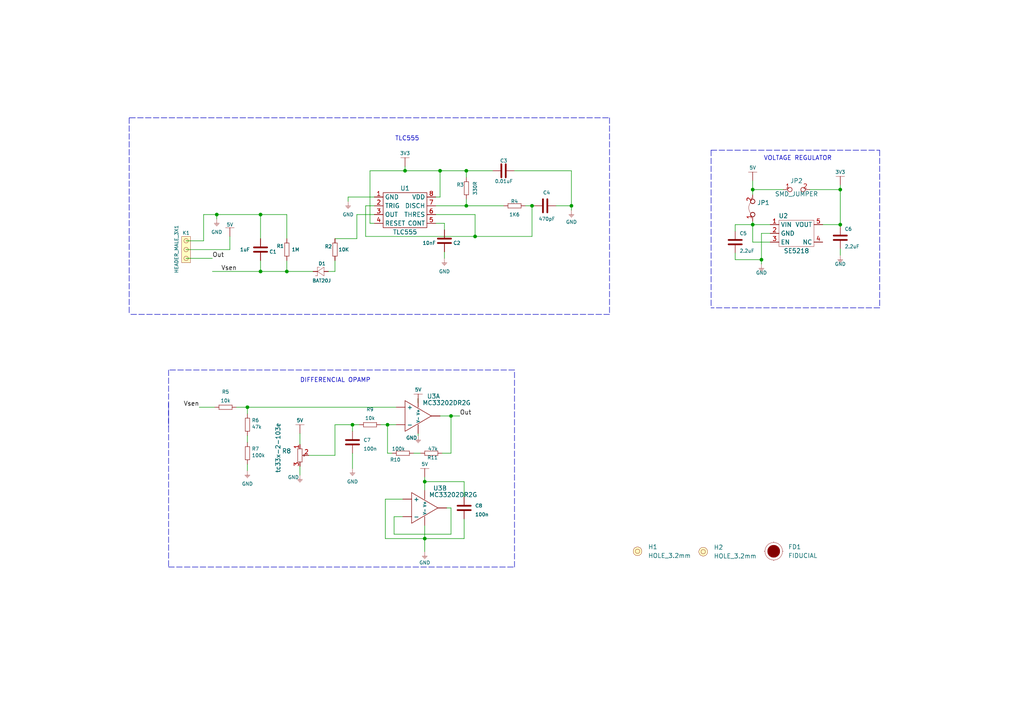
<source format=kicad_sch>
(kicad_sch (version 20211123) (generator eeschema)

  (uuid 4c3ddab3-7090-4634-b15c-6160db938f69)

  (paper "A4")

  (title_block
    (title "Capacitive soil sensor")
    (date "23.03.2022")
    (rev "V1.1.1.")
    (company "SOLDERED")
    (comment 1 "333098")
  )

  (lib_symbols
    (symbol "0603C_1" (pin_numbers hide) (pin_names (offset 0.002)) (in_bom yes) (on_board yes)
      (property "Reference" "C" (id 0) (at 0 3.81 0)
        (effects (font (size 1 1)))
      )
      (property "Value" "0603C_1" (id 1) (at 0 -3.175 0)
        (effects (font (size 1 1)))
      )
      (property "Footprint" "e-radionica.com footprinti:0603C" (id 2) (at 0.635 -4.445 0)
        (effects (font (size 1 1)) hide)
      )
      (property "Datasheet" "" (id 3) (at 0 0 0)
        (effects (font (size 1 1)) hide)
      )
      (symbol "0603C_1_0_1"
        (polyline
          (pts
            (xy -0.635 1.905)
            (xy -0.635 -1.905)
          )
          (stroke (width 0.5) (type default) (color 0 0 0 0))
          (fill (type none))
        )
        (polyline
          (pts
            (xy 0.635 1.905)
            (xy 0.635 -1.905)
          )
          (stroke (width 0.5) (type default) (color 0 0 0 0))
          (fill (type none))
        )
      )
      (symbol "0603C_1_1_1"
        (pin passive line (at -3.175 0 0) (length 2.54)
          (name "~" (effects (font (size 1.27 1.27))))
          (number "1" (effects (font (size 1.27 1.27))))
        )
        (pin passive line (at 3.175 0 180) (length 2.54)
          (name "~" (effects (font (size 1.27 1.27))))
          (number "2" (effects (font (size 1.27 1.27))))
        )
      )
    )
    (symbol "0603R_1" (pin_numbers hide) (pin_names (offset 0.254)) (in_bom yes) (on_board yes)
      (property "Reference" "R" (id 0) (at 0 1.27 0)
        (effects (font (size 1 1)))
      )
      (property "Value" "0603R_1" (id 1) (at 0 -1.905 0)
        (effects (font (size 1 1)))
      )
      (property "Footprint" "e-radionica.com footprinti:0603R" (id 2) (at 0 -3.81 0)
        (effects (font (size 1 1)) hide)
      )
      (property "Datasheet" "" (id 3) (at -0.635 1.905 0)
        (effects (font (size 1 1)) hide)
      )
      (symbol "0603R_1_0_1"
        (rectangle (start -1.905 -0.635) (end 1.905 -0.6604)
          (stroke (width 0.1) (type default) (color 0 0 0 0))
          (fill (type none))
        )
        (rectangle (start -1.905 0.635) (end -1.8796 -0.635)
          (stroke (width 0.1) (type default) (color 0 0 0 0))
          (fill (type none))
        )
        (rectangle (start -1.905 0.635) (end 1.905 0.6096)
          (stroke (width 0.1) (type default) (color 0 0 0 0))
          (fill (type none))
        )
        (rectangle (start 1.905 0.635) (end 1.9304 -0.635)
          (stroke (width 0.1) (type default) (color 0 0 0 0))
          (fill (type none))
        )
      )
      (symbol "0603R_1_1_1"
        (pin passive line (at -3.175 0 0) (length 1.27)
          (name "~" (effects (font (size 1.27 1.27))))
          (number "1" (effects (font (size 1.27 1.27))))
        )
        (pin passive line (at 3.175 0 180) (length 1.27)
          (name "~" (effects (font (size 1.27 1.27))))
          (number "2" (effects (font (size 1.27 1.27))))
        )
      )
    )
    (symbol "e-radionica.com schematics:0603C" (pin_numbers hide) (pin_names (offset 0.002)) (in_bom yes) (on_board yes)
      (property "Reference" "C" (id 0) (at -0.635 3.175 0)
        (effects (font (size 1 1)))
      )
      (property "Value" "0603C" (id 1) (at 0 -3.175 0)
        (effects (font (size 1 1)))
      )
      (property "Footprint" "e-radionica.com footprinti:0603C" (id 2) (at 0 0 0)
        (effects (font (size 1 1)) hide)
      )
      (property "Datasheet" "" (id 3) (at 0 0 0)
        (effects (font (size 1 1)) hide)
      )
      (symbol "0603C_0_1"
        (polyline
          (pts
            (xy -0.635 1.905)
            (xy -0.635 -1.905)
          )
          (stroke (width 0.5) (type default) (color 0 0 0 0))
          (fill (type none))
        )
        (polyline
          (pts
            (xy 0.635 1.905)
            (xy 0.635 -1.905)
          )
          (stroke (width 0.5) (type default) (color 0 0 0 0))
          (fill (type none))
        )
      )
      (symbol "0603C_1_1"
        (pin passive line (at -3.175 0 0) (length 2.54)
          (name "~" (effects (font (size 1.27 1.27))))
          (number "1" (effects (font (size 1.27 1.27))))
        )
        (pin passive line (at 3.175 0 180) (length 2.54)
          (name "~" (effects (font (size 1.27 1.27))))
          (number "2" (effects (font (size 1.27 1.27))))
        )
      )
    )
    (symbol "e-radionica.com schematics:0603R" (pin_numbers hide) (pin_names (offset 0.254)) (in_bom yes) (on_board yes)
      (property "Reference" "R" (id 0) (at -1.905 1.905 0)
        (effects (font (size 1 1)))
      )
      (property "Value" "0603R" (id 1) (at 0 -1.905 0)
        (effects (font (size 1 1)))
      )
      (property "Footprint" "e-radionica.com footprinti:0603R" (id 2) (at -0.635 1.905 0)
        (effects (font (size 1 1)) hide)
      )
      (property "Datasheet" "" (id 3) (at -0.635 1.905 0)
        (effects (font (size 1 1)) hide)
      )
      (symbol "0603R_0_1"
        (rectangle (start -1.905 -0.635) (end 1.905 -0.6604)
          (stroke (width 0.1) (type default) (color 0 0 0 0))
          (fill (type none))
        )
        (rectangle (start -1.905 0.635) (end -1.8796 -0.635)
          (stroke (width 0.1) (type default) (color 0 0 0 0))
          (fill (type none))
        )
        (rectangle (start -1.905 0.635) (end 1.905 0.6096)
          (stroke (width 0.1) (type default) (color 0 0 0 0))
          (fill (type none))
        )
        (rectangle (start 1.905 0.635) (end 1.9304 -0.635)
          (stroke (width 0.1) (type default) (color 0 0 0 0))
          (fill (type none))
        )
      )
      (symbol "0603R_1_1"
        (pin passive line (at -3.175 0 0) (length 1.27)
          (name "~" (effects (font (size 1.27 1.27))))
          (number "1" (effects (font (size 1.27 1.27))))
        )
        (pin passive line (at 3.175 0 180) (length 1.27)
          (name "~" (effects (font (size 1.27 1.27))))
          (number "2" (effects (font (size 1.27 1.27))))
        )
      )
    )
    (symbol "e-radionica.com schematics:3V3" (power) (pin_names (offset 0)) (in_bom yes) (on_board yes)
      (property "Reference" "#PWR" (id 0) (at 4.445 0 0)
        (effects (font (size 1 1)) hide)
      )
      (property "Value" "3V3" (id 1) (at 0 3.556 0)
        (effects (font (size 1 1)))
      )
      (property "Footprint" "" (id 2) (at 4.445 3.81 0)
        (effects (font (size 1 1)) hide)
      )
      (property "Datasheet" "" (id 3) (at 4.445 3.81 0)
        (effects (font (size 1 1)) hide)
      )
      (property "ki_keywords" "power-flag" (id 4) (at 0 0 0)
        (effects (font (size 1.27 1.27)) hide)
      )
      (property "ki_description" "Power symbol creates a global label with name \"+3V3\"" (id 5) (at 0 0 0)
        (effects (font (size 1.27 1.27)) hide)
      )
      (symbol "3V3_0_1"
        (polyline
          (pts
            (xy -1.27 2.54)
            (xy 1.27 2.54)
          )
          (stroke (width 0.0006) (type default) (color 0 0 0 0))
          (fill (type none))
        )
        (polyline
          (pts
            (xy 0 0)
            (xy 0 2.54)
          )
          (stroke (width 0) (type default) (color 0 0 0 0))
          (fill (type none))
        )
      )
      (symbol "3V3_1_1"
        (pin power_in line (at 0 0 90) (length 0) hide
          (name "3V3" (effects (font (size 1.27 1.27))))
          (number "1" (effects (font (size 1.27 1.27))))
        )
      )
    )
    (symbol "e-radionica.com schematics:3V3_1" (power) (pin_names (offset 0)) (in_bom yes) (on_board yes)
      (property "Reference" "#PWR" (id 0) (at 4.445 0 0)
        (effects (font (size 1 1)) hide)
      )
      (property "Value" "3V3" (id 1) (at 0 3.556 0)
        (effects (font (size 1 1)))
      )
      (property "Footprint" "" (id 2) (at 4.445 3.81 0)
        (effects (font (size 1 1)) hide)
      )
      (property "Datasheet" "" (id 3) (at 4.445 3.81 0)
        (effects (font (size 1 1)) hide)
      )
      (property "ki_keywords" "power-flag" (id 4) (at 0 0 0)
        (effects (font (size 1.27 1.27)) hide)
      )
      (property "ki_description" "Power symbol creates a global label with name \"3V3\"" (id 5) (at 0 0 0)
        (effects (font (size 1.27 1.27)) hide)
      )
      (symbol "3V3_1_0_1"
        (polyline
          (pts
            (xy -1.27 2.54)
            (xy 1.27 2.54)
          )
          (stroke (width 0.0006) (type default) (color 0 0 0 0))
          (fill (type none))
        )
        (polyline
          (pts
            (xy 0 0)
            (xy 0 2.54)
          )
          (stroke (width 0) (type default) (color 0 0 0 0))
          (fill (type none))
        )
      )
      (symbol "3V3_1_1_1"
        (pin power_in line (at 0 0 90) (length 0) hide
          (name "3V3" (effects (font (size 1.27 1.27))))
          (number "1" (effects (font (size 1.27 1.27))))
        )
      )
    )
    (symbol "e-radionica.com schematics:5V" (power) (pin_names (offset 0)) (in_bom yes) (on_board yes)
      (property "Reference" "#PWR" (id 0) (at 4.445 0 0)
        (effects (font (size 1 1)) hide)
      )
      (property "Value" "5V" (id 1) (at 0 3.556 0)
        (effects (font (size 1 1)))
      )
      (property "Footprint" "" (id 2) (at 4.445 3.81 0)
        (effects (font (size 1 1)) hide)
      )
      (property "Datasheet" "" (id 3) (at 4.445 3.81 0)
        (effects (font (size 1 1)) hide)
      )
      (property "ki_keywords" "power-flag" (id 4) (at 0 0 0)
        (effects (font (size 1.27 1.27)) hide)
      )
      (property "ki_description" "Power symbol creates a global label with name \"+3V3\"" (id 5) (at 0 0 0)
        (effects (font (size 1.27 1.27)) hide)
      )
      (symbol "5V_0_1"
        (polyline
          (pts
            (xy -1.27 2.54)
            (xy 1.27 2.54)
          )
          (stroke (width 0.0006) (type default) (color 0 0 0 0))
          (fill (type none))
        )
        (polyline
          (pts
            (xy 0 0)
            (xy 0 2.54)
          )
          (stroke (width 0) (type default) (color 0 0 0 0))
          (fill (type none))
        )
      )
      (symbol "5V_1_1"
        (pin power_in line (at 0 0 90) (length 0) hide
          (name "5V" (effects (font (size 1.27 1.27))))
          (number "1" (effects (font (size 1.27 1.27))))
        )
      )
    )
    (symbol "e-radionica.com schematics:5V_1" (power) (pin_names (offset 0)) (in_bom yes) (on_board yes)
      (property "Reference" "#PWR" (id 0) (at 4.445 0 0)
        (effects (font (size 1 1)) hide)
      )
      (property "Value" "5V" (id 1) (at 0 3.556 0)
        (effects (font (size 1 1)))
      )
      (property "Footprint" "" (id 2) (at 4.445 3.81 0)
        (effects (font (size 1 1)) hide)
      )
      (property "Datasheet" "" (id 3) (at 4.445 3.81 0)
        (effects (font (size 1 1)) hide)
      )
      (property "ki_keywords" "power-flag" (id 4) (at 0 0 0)
        (effects (font (size 1.27 1.27)) hide)
      )
      (property "ki_description" "Power symbol creates a global label with name \"5V\"" (id 5) (at 0 0 0)
        (effects (font (size 1.27 1.27)) hide)
      )
      (symbol "5V_1_0_1"
        (polyline
          (pts
            (xy -1.27 2.54)
            (xy 1.27 2.54)
          )
          (stroke (width 0.0006) (type default) (color 0 0 0 0))
          (fill (type none))
        )
        (polyline
          (pts
            (xy 0 0)
            (xy 0 2.54)
          )
          (stroke (width 0) (type default) (color 0 0 0 0))
          (fill (type none))
        )
      )
      (symbol "5V_1_1_1"
        (pin power_in line (at 0 0 90) (length 0) hide
          (name "5V" (effects (font (size 1.27 1.27))))
          (number "1" (effects (font (size 1.27 1.27))))
        )
      )
    )
    (symbol "e-radionica.com schematics:BAT20J" (pin_numbers hide) (pin_names hide) (in_bom yes) (on_board yes)
      (property "Reference" "D" (id 0) (at 0 2.54 0)
        (effects (font (size 1 1)))
      )
      (property "Value" "BAT20J" (id 1) (at 0 -2.54 0)
        (effects (font (size 1 1)))
      )
      (property "Footprint" "e-radionica.com footprinti:SOD-323" (id 2) (at 0.635 3.81 0)
        (effects (font (size 1 1)) hide)
      )
      (property "Datasheet" "" (id 3) (at 0 0 0)
        (effects (font (size 1 1)) hide)
      )
      (symbol "BAT20J_0_1"
        (polyline
          (pts
            (xy -0.635 1.27)
            (xy 1.27 0)
          )
          (stroke (width 0.0006) (type default) (color 0 0 0 0))
          (fill (type none))
        )
        (polyline
          (pts
            (xy 1.27 -1.27)
            (xy 0.635 -1.27)
          )
          (stroke (width 0.0006) (type default) (color 0 0 0 0))
          (fill (type none))
        )
        (polyline
          (pts
            (xy 1.27 1.27)
            (xy 1.27 -1.27)
          )
          (stroke (width 0.0006) (type default) (color 0 0 0 0))
          (fill (type none))
        )
        (polyline
          (pts
            (xy 1.27 1.27)
            (xy 1.905 1.27)
          )
          (stroke (width 0.0006) (type default) (color 0 0 0 0))
          (fill (type none))
        )
        (polyline
          (pts
            (xy -0.635 1.27)
            (xy -0.635 -1.27)
            (xy 1.27 0)
          )
          (stroke (width 0.0006) (type default) (color 0 0 0 0))
          (fill (type none))
        )
      )
      (symbol "BAT20J_1_1"
        (pin passive line (at -1.905 0 0) (length 1.27)
          (name "A" (effects (font (size 1.27 1.27))))
          (number "1" (effects (font (size 1.27 1.27))))
        )
        (pin passive line (at 2.54 0 180) (length 1.27)
          (name "K" (effects (font (size 1.27 1.27))))
          (number "2" (effects (font (size 1.27 1.27))))
        )
      )
    )
    (symbol "e-radionica.com schematics:FIDUCIAL" (in_bom no) (on_board yes)
      (property "Reference" "FD" (id 0) (at 0 3.81 0)
        (effects (font (size 1.27 1.27)))
      )
      (property "Value" "FIDUCIAL" (id 1) (at 0 -3.81 0)
        (effects (font (size 1.27 1.27)))
      )
      (property "Footprint" "e-radionica.com footprinti:FIDUCIAL_23" (id 2) (at 0.254 -5.334 0)
        (effects (font (size 1.27 1.27)) hide)
      )
      (property "Datasheet" "" (id 3) (at 0 0 0)
        (effects (font (size 1.27 1.27)) hide)
      )
      (symbol "FIDUCIAL_0_1"
        (polyline
          (pts
            (xy -2.54 0)
            (xy -2.794 0)
          )
          (stroke (width 0.0006) (type default) (color 0 0 0 0))
          (fill (type none))
        )
        (polyline
          (pts
            (xy 0 -2.54)
            (xy 0 -2.794)
          )
          (stroke (width 0.0006) (type default) (color 0 0 0 0))
          (fill (type none))
        )
        (polyline
          (pts
            (xy 0 2.54)
            (xy 0 2.794)
          )
          (stroke (width 0.0006) (type default) (color 0 0 0 0))
          (fill (type none))
        )
        (polyline
          (pts
            (xy 2.54 0)
            (xy 2.794 0)
          )
          (stroke (width 0.0006) (type default) (color 0 0 0 0))
          (fill (type none))
        )
        (circle (center 0 0) (radius 1.7961)
          (stroke (width 0.001) (type default) (color 0 0 0 0))
          (fill (type outline))
        )
        (circle (center 0 0) (radius 2.54)
          (stroke (width 0.0006) (type default) (color 0 0 0 0))
          (fill (type none))
        )
      )
    )
    (symbol "e-radionica.com schematics:GND" (power) (pin_names (offset 0)) (in_bom yes) (on_board yes)
      (property "Reference" "#PWR" (id 0) (at 4.445 0 0)
        (effects (font (size 1 1)) hide)
      )
      (property "Value" "GND" (id 1) (at 0 -2.921 0)
        (effects (font (size 1 1)))
      )
      (property "Footprint" "" (id 2) (at 4.445 3.81 0)
        (effects (font (size 1 1)) hide)
      )
      (property "Datasheet" "" (id 3) (at 4.445 3.81 0)
        (effects (font (size 1 1)) hide)
      )
      (property "ki_keywords" "power-flag" (id 4) (at 0 0 0)
        (effects (font (size 1.27 1.27)) hide)
      )
      (property "ki_description" "Power symbol creates a global label with name \"+3V3\"" (id 5) (at 0 0 0)
        (effects (font (size 1.27 1.27)) hide)
      )
      (symbol "GND_0_1"
        (polyline
          (pts
            (xy -0.762 -1.27)
            (xy 0.762 -1.27)
          )
          (stroke (width 0.0006) (type default) (color 0 0 0 0))
          (fill (type none))
        )
        (polyline
          (pts
            (xy -0.635 -1.524)
            (xy 0.635 -1.524)
          )
          (stroke (width 0.0006) (type default) (color 0 0 0 0))
          (fill (type none))
        )
        (polyline
          (pts
            (xy -0.381 -1.778)
            (xy 0.381 -1.778)
          )
          (stroke (width 0.0006) (type default) (color 0 0 0 0))
          (fill (type none))
        )
        (polyline
          (pts
            (xy -0.127 -2.032)
            (xy 0.127 -2.032)
          )
          (stroke (width 0.0006) (type default) (color 0 0 0 0))
          (fill (type none))
        )
        (polyline
          (pts
            (xy 0 0)
            (xy 0 -1.27)
          )
          (stroke (width 0.0006) (type default) (color 0 0 0 0))
          (fill (type none))
        )
      )
      (symbol "GND_1_1"
        (pin power_in line (at 0 0 270) (length 0) hide
          (name "GND" (effects (font (size 1.27 1.27))))
          (number "1" (effects (font (size 1.27 1.27))))
        )
      )
    )
    (symbol "e-radionica.com schematics:GND_1" (power) (pin_names (offset 0)) (in_bom yes) (on_board yes)
      (property "Reference" "#PWR" (id 0) (at 4.445 0 0)
        (effects (font (size 1 1)) hide)
      )
      (property "Value" "GND" (id 1) (at 0 -2.921 0)
        (effects (font (size 1 1)))
      )
      (property "Footprint" "" (id 2) (at 4.445 3.81 0)
        (effects (font (size 1 1)) hide)
      )
      (property "Datasheet" "" (id 3) (at 4.445 3.81 0)
        (effects (font (size 1 1)) hide)
      )
      (property "ki_keywords" "power-flag" (id 4) (at 0 0 0)
        (effects (font (size 1.27 1.27)) hide)
      )
      (property "ki_description" "Power symbol creates a global label with name \"GND\"" (id 5) (at 0 0 0)
        (effects (font (size 1.27 1.27)) hide)
      )
      (symbol "GND_1_0_1"
        (polyline
          (pts
            (xy -0.762 -1.27)
            (xy 0.762 -1.27)
          )
          (stroke (width 0.0006) (type default) (color 0 0 0 0))
          (fill (type none))
        )
        (polyline
          (pts
            (xy -0.635 -1.524)
            (xy 0.635 -1.524)
          )
          (stroke (width 0.0006) (type default) (color 0 0 0 0))
          (fill (type none))
        )
        (polyline
          (pts
            (xy -0.381 -1.778)
            (xy 0.381 -1.778)
          )
          (stroke (width 0.0006) (type default) (color 0 0 0 0))
          (fill (type none))
        )
        (polyline
          (pts
            (xy -0.127 -2.032)
            (xy 0.127 -2.032)
          )
          (stroke (width 0.0006) (type default) (color 0 0 0 0))
          (fill (type none))
        )
        (polyline
          (pts
            (xy 0 0)
            (xy 0 -1.27)
          )
          (stroke (width 0.0006) (type default) (color 0 0 0 0))
          (fill (type none))
        )
      )
      (symbol "GND_1_1_1"
        (pin power_in line (at 0 0 270) (length 0) hide
          (name "GND" (effects (font (size 1.27 1.27))))
          (number "1" (effects (font (size 1.27 1.27))))
        )
      )
    )
    (symbol "e-radionica.com schematics:GND_2" (power) (pin_names (offset 0)) (in_bom yes) (on_board yes)
      (property "Reference" "#PWR" (id 0) (at 4.445 0 0)
        (effects (font (size 1 1)) hide)
      )
      (property "Value" "GND" (id 1) (at 0 -2.921 0)
        (effects (font (size 1 1)))
      )
      (property "Footprint" "" (id 2) (at 4.445 3.81 0)
        (effects (font (size 1 1)) hide)
      )
      (property "Datasheet" "" (id 3) (at 4.445 3.81 0)
        (effects (font (size 1 1)) hide)
      )
      (property "ki_keywords" "power-flag" (id 4) (at 0 0 0)
        (effects (font (size 1.27 1.27)) hide)
      )
      (property "ki_description" "Power symbol creates a global label with name \"GND\"" (id 5) (at 0 0 0)
        (effects (font (size 1.27 1.27)) hide)
      )
      (symbol "GND_2_0_1"
        (polyline
          (pts
            (xy -0.762 -1.27)
            (xy 0.762 -1.27)
          )
          (stroke (width 0.0006) (type default) (color 0 0 0 0))
          (fill (type none))
        )
        (polyline
          (pts
            (xy -0.635 -1.524)
            (xy 0.635 -1.524)
          )
          (stroke (width 0.0006) (type default) (color 0 0 0 0))
          (fill (type none))
        )
        (polyline
          (pts
            (xy -0.381 -1.778)
            (xy 0.381 -1.778)
          )
          (stroke (width 0.0006) (type default) (color 0 0 0 0))
          (fill (type none))
        )
        (polyline
          (pts
            (xy -0.127 -2.032)
            (xy 0.127 -2.032)
          )
          (stroke (width 0.0006) (type default) (color 0 0 0 0))
          (fill (type none))
        )
        (polyline
          (pts
            (xy 0 0)
            (xy 0 -1.27)
          )
          (stroke (width 0.0006) (type default) (color 0 0 0 0))
          (fill (type none))
        )
      )
      (symbol "GND_2_1_1"
        (pin power_in line (at 0 0 270) (length 0) hide
          (name "GND" (effects (font (size 1.27 1.27))))
          (number "1" (effects (font (size 1.27 1.27))))
        )
      )
    )
    (symbol "e-radionica.com schematics:GND_3" (power) (pin_names (offset 0)) (in_bom yes) (on_board yes)
      (property "Reference" "#PWR" (id 0) (at 4.445 0 0)
        (effects (font (size 1 1)) hide)
      )
      (property "Value" "GND" (id 1) (at 0 -2.921 0)
        (effects (font (size 1 1)))
      )
      (property "Footprint" "" (id 2) (at 4.445 3.81 0)
        (effects (font (size 1 1)) hide)
      )
      (property "Datasheet" "" (id 3) (at 4.445 3.81 0)
        (effects (font (size 1 1)) hide)
      )
      (property "ki_keywords" "power-flag" (id 4) (at 0 0 0)
        (effects (font (size 1.27 1.27)) hide)
      )
      (property "ki_description" "Power symbol creates a global label with name \"GND\"" (id 5) (at 0 0 0)
        (effects (font (size 1.27 1.27)) hide)
      )
      (symbol "GND_3_0_1"
        (polyline
          (pts
            (xy -0.762 -1.27)
            (xy 0.762 -1.27)
          )
          (stroke (width 0.0006) (type default) (color 0 0 0 0))
          (fill (type none))
        )
        (polyline
          (pts
            (xy -0.635 -1.524)
            (xy 0.635 -1.524)
          )
          (stroke (width 0.0006) (type default) (color 0 0 0 0))
          (fill (type none))
        )
        (polyline
          (pts
            (xy -0.381 -1.778)
            (xy 0.381 -1.778)
          )
          (stroke (width 0.0006) (type default) (color 0 0 0 0))
          (fill (type none))
        )
        (polyline
          (pts
            (xy -0.127 -2.032)
            (xy 0.127 -2.032)
          )
          (stroke (width 0.0006) (type default) (color 0 0 0 0))
          (fill (type none))
        )
        (polyline
          (pts
            (xy 0 0)
            (xy 0 -1.27)
          )
          (stroke (width 0.0006) (type default) (color 0 0 0 0))
          (fill (type none))
        )
      )
      (symbol "GND_3_1_1"
        (pin power_in line (at 0 0 270) (length 0) hide
          (name "GND" (effects (font (size 1.27 1.27))))
          (number "1" (effects (font (size 1.27 1.27))))
        )
      )
    )
    (symbol "e-radionica.com schematics:HEADER_MALE_3X1" (pin_numbers hide) (pin_names hide) (in_bom yes) (on_board yes)
      (property "Reference" "K" (id 0) (at -0.635 5.08 0)
        (effects (font (size 1 1)))
      )
      (property "Value" "HEADER_MALE_3X1" (id 1) (at 0 -5.08 0)
        (effects (font (size 1 1)))
      )
      (property "Footprint" "e-radionica.com footprinti:HEADER_MALE_3X1" (id 2) (at 0 -7.62 0)
        (effects (font (size 1 1)) hide)
      )
      (property "Datasheet" "" (id 3) (at 0 -2.54 0)
        (effects (font (size 1 1)) hide)
      )
      (symbol "HEADER_MALE_3X1_0_1"
        (circle (center 0 -2.54) (radius 0.635)
          (stroke (width 0.0006) (type default) (color 0 0 0 0))
          (fill (type none))
        )
        (circle (center 0 0) (radius 0.635)
          (stroke (width 0.0006) (type default) (color 0 0 0 0))
          (fill (type none))
        )
        (circle (center 0 2.54) (radius 0.635)
          (stroke (width 0.0006) (type default) (color 0 0 0 0))
          (fill (type none))
        )
        (rectangle (start 1.27 -3.81) (end -1.27 3.81)
          (stroke (width 0.001) (type default) (color 0 0 0 0))
          (fill (type background))
        )
      )
      (symbol "HEADER_MALE_3X1_1_1"
        (pin passive line (at 0 -2.54 180) (length 0)
          (name "~" (effects (font (size 1 1))))
          (number "1" (effects (font (size 1 1))))
        )
        (pin passive line (at 0 0 180) (length 0)
          (name "~" (effects (font (size 1 1))))
          (number "2" (effects (font (size 1 1))))
        )
        (pin passive line (at 0 2.54 180) (length 0)
          (name "~" (effects (font (size 1 1))))
          (number "3" (effects (font (size 1 1))))
        )
      )
    )
    (symbol "e-radionica.com schematics:HOLE_3.2mm" (pin_numbers hide) (pin_names hide) (in_bom yes) (on_board yes)
      (property "Reference" "H" (id 0) (at 0 2.54 0)
        (effects (font (size 1.27 1.27)))
      )
      (property "Value" "HOLE_3.2mm" (id 1) (at 0 -2.54 0)
        (effects (font (size 1.27 1.27)))
      )
      (property "Footprint" "e-radionica.com footprinti:HOLE_3.2mm" (id 2) (at 0 0 0)
        (effects (font (size 1.27 1.27)) hide)
      )
      (property "Datasheet" "" (id 3) (at 0 0 0)
        (effects (font (size 1.27 1.27)) hide)
      )
      (symbol "HOLE_3.2mm_0_1"
        (circle (center 0 0) (radius 0.635)
          (stroke (width 0.0006) (type default) (color 0 0 0 0))
          (fill (type none))
        )
        (circle (center 0 0) (radius 1.27)
          (stroke (width 0.001) (type default) (color 0 0 0 0))
          (fill (type background))
        )
      )
    )
    (symbol "e-radionica.com schematics:MC33202DR2G" (pin_numbers hide) (in_bom yes) (on_board yes)
      (property "Reference" "U" (id 0) (at 2.54 2.54 0)
        (effects (font (size 1.27 1.27)))
      )
      (property "Value" "MC33202DR2G" (id 1) (at 7.62 5.08 0)
        (effects (font (size 1.27 1.27)))
      )
      (property "Footprint" "e-radionica.com footprinti:SOIC−8" (id 2) (at 0 11.43 0)
        (effects (font (size 1.27 1.27)) hide)
      )
      (property "Datasheet" "https://www.tme.com/us/en-us/details/mc33202dr2g/smd-operational-amplifiers/onsemi/" (id 3) (at -2.54 13.97 0)
        (effects (font (size 1.27 1.27)) hide)
      )
      (property "ki_locked" "" (id 4) (at 0 0 0)
        (effects (font (size 1.27 1.27)))
      )
      (symbol "MC33202DR2G_0_1"
        (polyline
          (pts
            (xy -3.81 4.445)
            (xy -3.81 -4.445)
            (xy 3.81 0)
            (xy -3.81 4.445)
          )
          (stroke (width 0) (type default) (color 0 0 0 0))
          (fill (type none))
        )
      )
      (symbol "MC33202DR2G_1_1"
        (pin passive line (at 6.35 0 180) (length 2.54)
          (name "" (effects (font (size 1.27 1.27))))
          (number "1" (effects (font (size 1.27 1.27))))
        )
        (pin passive line (at -6.35 -2.54 0) (length 2.54)
          (name "-" (effects (font (size 1.27 1.27))))
          (number "2" (effects (font (size 1.27 1.27))))
        )
        (pin passive line (at -6.35 2.54 0) (length 2.54)
          (name "+" (effects (font (size 1.27 1.27))))
          (number "3" (effects (font (size 1.27 1.27))))
        )
        (pin passive line (at 0 -5.08 90) (length 2.54)
          (name "V-" (effects (font (size 0.8 0.8))))
          (number "4" (effects (font (size 1.27 1.27))))
        )
        (pin passive line (at 0 5.08 270) (length 2.54)
          (name "V+" (effects (font (size 0.8 0.8))))
          (number "8" (effects (font (size 1.27 1.27))))
        )
      )
      (symbol "MC33202DR2G_2_1"
        (pin passive line (at 0 -5.08 90) (length 2.54)
          (name "V-" (effects (font (size 0.8 0.8))))
          (number "4" (effects (font (size 1.27 1.27))))
        )
        (pin passive line (at -6.35 2.54 0) (length 2.54)
          (name "+" (effects (font (size 1.27 1.27))))
          (number "5" (effects (font (size 1.27 1.27))))
        )
        (pin passive line (at -6.35 -2.54 0) (length 2.54)
          (name "-" (effects (font (size 1.27 1.27))))
          (number "6" (effects (font (size 1.27 1.27))))
        )
        (pin passive line (at 6.35 0 180) (length 2.54)
          (name "" (effects (font (size 1.27 1.27))))
          (number "7" (effects (font (size 1.27 1.27))))
        )
        (pin passive line (at 0 5.08 270) (length 2.54)
          (name "V+" (effects (font (size 0.8 0.8))))
          (number "8" (effects (font (size 1.27 1.27))))
        )
      )
    )
    (symbol "e-radionica.com schematics:SE5218" (in_bom yes) (on_board yes)
      (property "Reference" "U" (id 0) (at -3.81 5.08 0)
        (effects (font (size 1.27 1.27)))
      )
      (property "Value" "SE5218" (id 1) (at 0 -5.08 0)
        (effects (font (size 1.27 1.27)))
      )
      (property "Footprint" "e-radionica.com footprinti:SOT-23-5" (id 2) (at 0 0 0)
        (effects (font (size 1.27 1.27)) hide)
      )
      (property "Datasheet" "" (id 3) (at 0 0 0)
        (effects (font (size 1.27 1.27)) hide)
      )
      (symbol "SE5218_0_1"
        (rectangle (start -5.08 3.81) (end 5.08 -3.81)
          (stroke (width 0.0006) (type default) (color 0 0 0 0))
          (fill (type none))
        )
      )
      (symbol "SE5218_1_1"
        (pin power_in line (at -7.62 2.54 0) (length 2.54)
          (name "VIN" (effects (font (size 1.27 1.27))))
          (number "1" (effects (font (size 1.27 1.27))))
        )
        (pin power_in line (at -7.62 0 0) (length 2.54)
          (name "GND" (effects (font (size 1.27 1.27))))
          (number "2" (effects (font (size 1.27 1.27))))
        )
        (pin input line (at -7.62 -2.54 0) (length 2.54)
          (name "EN" (effects (font (size 1.27 1.27))))
          (number "3" (effects (font (size 1.27 1.27))))
        )
        (pin passive line (at 7.62 -2.54 180) (length 2.54)
          (name "NC" (effects (font (size 1.27 1.27))))
          (number "4" (effects (font (size 1.27 1.27))))
        )
        (pin power_out line (at 7.62 2.54 180) (length 2.54)
          (name "VOUT" (effects (font (size 1.27 1.27))))
          (number "5" (effects (font (size 1.27 1.27))))
        )
      )
    )
    (symbol "e-radionica.com schematics:SMD-JUMPER-CONNECTED_TRACE_SLODERMASK" (in_bom yes) (on_board yes)
      (property "Reference" "JP" (id 0) (at 0 3.556 0)
        (effects (font (size 1.27 1.27)))
      )
      (property "Value" "SMD-JUMPER-CONNECTED_TRACE_SLODERMASK" (id 1) (at 0 -2.54 0)
        (effects (font (size 1.27 1.27)))
      )
      (property "Footprint" "e-radionica.com footprinti:SMD-JUMPER-CONNECTED_TRACE_SLODERMASK" (id 2) (at 0 -5.715 0)
        (effects (font (size 1.27 1.27)) hide)
      )
      (property "Datasheet" "" (id 3) (at 0 0 0)
        (effects (font (size 1.27 1.27)) hide)
      )
      (symbol "SMD-JUMPER-CONNECTED_TRACE_SLODERMASK_0_1"
        (arc (start 1.397 0.5842) (mid -0.2077 1.1365) (end -1.8034 0.5588)
          (stroke (width 0.0006) (type default) (color 0 0 0 0))
          (fill (type none))
        )
      )
      (symbol "SMD-JUMPER-CONNECTED_TRACE_SLODERMASK_1_1"
        (pin passive inverted (at -4.064 0 0) (length 2.54)
          (name "" (effects (font (size 1.27 1.27))))
          (number "1" (effects (font (size 1.27 1.27))))
        )
        (pin passive inverted (at 3.556 0 180) (length 2.54)
          (name "" (effects (font (size 1.27 1.27))))
          (number "2" (effects (font (size 1.27 1.27))))
        )
      )
    )
    (symbol "e-radionica.com schematics:SMD_JUMPER" (in_bom yes) (on_board yes)
      (property "Reference" "JP" (id 0) (at 0 1.397 0)
        (effects (font (size 1.27 1.27)))
      )
      (property "Value" "SMD_JUMPER" (id 1) (at 0.508 -3.048 0)
        (effects (font (size 1.27 1.27)))
      )
      (property "Footprint" "e-radionica.com footprinti:SMD_JUMPER" (id 2) (at 0 0 0)
        (effects (font (size 1.27 1.27)) hide)
      )
      (property "Datasheet" "" (id 3) (at 0 0 0)
        (effects (font (size 1.27 1.27)) hide)
      )
      (symbol "SMD_JUMPER_1_1"
        (pin passive inverted (at -3.81 0 0) (length 2.54)
          (name "" (effects (font (size 1.27 1.27))))
          (number "1" (effects (font (size 1.27 1.27))))
        )
        (pin passive inverted (at 3.81 0 180) (length 2.54)
          (name "" (effects (font (size 1.27 1.27))))
          (number "2" (effects (font (size 1.27 1.27))))
        )
      )
    )
    (symbol "e-radionica.com schematics:TLC555" (in_bom yes) (on_board yes)
      (property "Reference" "U" (id 0) (at 0 -8.89 0)
        (effects (font (size 1.27 1.27)))
      )
      (property "Value" "TLC555" (id 1) (at 0 -8.89 0)
        (effects (font (size 1.27 1.27)))
      )
      (property "Footprint" "e-radionica.com footprinti:SOIC−8" (id 2) (at 0 -8.89 0)
        (effects (font (size 1.27 1.27)) hide)
      )
      (property "Datasheet" "" (id 3) (at 0 -8.89 0)
        (effects (font (size 1.27 1.27)) hide)
      )
      (symbol "TLC555_0_1"
        (rectangle (start -6.35 5.08) (end 6.35 -5.08)
          (stroke (width 0.1524) (type default) (color 0 0 0 0))
          (fill (type none))
        )
      )
      (symbol "TLC555_1_1"
        (pin input line (at -8.89 3.81 0) (length 2.54)
          (name "GND" (effects (font (size 1.27 1.27))))
          (number "1" (effects (font (size 1.27 1.27))))
        )
        (pin input line (at -8.89 1.27 0) (length 2.54)
          (name "TRIG" (effects (font (size 1.27 1.27))))
          (number "2" (effects (font (size 1.27 1.27))))
        )
        (pin input line (at -8.89 -1.27 0) (length 2.54)
          (name "OUT" (effects (font (size 1.27 1.27))))
          (number "3" (effects (font (size 1.27 1.27))))
        )
        (pin input line (at -8.89 -3.81 0) (length 2.54)
          (name "RESET" (effects (font (size 1.27 1.27))))
          (number "4" (effects (font (size 1.27 1.27))))
        )
        (pin input line (at 8.89 -3.81 180) (length 2.54)
          (name "CONT" (effects (font (size 1.27 1.27))))
          (number "5" (effects (font (size 1.27 1.27))))
        )
        (pin input line (at 8.89 -1.27 180) (length 2.54)
          (name "THRES" (effects (font (size 1.27 1.27))))
          (number "6" (effects (font (size 1.27 1.27))))
        )
        (pin input line (at 8.89 1.27 180) (length 2.54)
          (name "DISCH" (effects (font (size 1.27 1.27))))
          (number "7" (effects (font (size 1.27 1.27))))
        )
        (pin input line (at 8.89 3.81 180) (length 2.54)
          (name "VDD" (effects (font (size 1.27 1.27))))
          (number "8" (effects (font (size 1.27 1.27))))
        )
      )
    )
    (symbol "e-radionica.com schematics:tc33x-2-103e" (in_bom yes) (on_board yes)
      (property "Reference" "R" (id 0) (at -1.778 3.302 0)
        (effects (font (size 1.27 1.27)))
      )
      (property "Value" "tc33x-2-103e" (id 1) (at 0 -2.54 0)
        (effects (font (size 1.27 1.27)))
      )
      (property "Footprint" "e-radionica.com footprinti:tc33x-2-103e" (id 2) (at 0 -5.08 0)
        (effects (font (size 1.27 1.27)) hide)
      )
      (property "Datasheet" "" (id 3) (at -0.0508 -0.0508 0)
        (effects (font (size 1.27 1.27)) hide)
      )
      (property "ki_keywords" "pot potentiometer trimer" (id 4) (at 0 0 0)
        (effects (font (size 1.27 1.27)) hide)
      )
      (symbol "tc33x-2-103e_0_1"
        (rectangle (start -1.905 -0.635) (end 1.905 -0.6604)
          (stroke (width 0.1) (type default) (color 0 0 0 0))
          (fill (type none))
        )
        (rectangle (start -1.905 0.635) (end -1.8796 -0.635)
          (stroke (width 0.1) (type default) (color 0 0 0 0))
          (fill (type none))
        )
        (rectangle (start -1.905 0.635) (end 1.905 0.6096)
          (stroke (width 0.1) (type default) (color 0 0 0 0))
          (fill (type none))
        )
        (polyline
          (pts
            (xy -0.254 1.27)
            (xy 0.254 1.27)
            (xy 0 0.762)
            (xy -0.254 1.27)
          )
          (stroke (width 0.1524) (type default) (color 0 0 0 0))
          (fill (type none))
        )
        (rectangle (start 1.905 0.635) (end 1.9304 -0.635)
          (stroke (width 0.1) (type default) (color 0 0 0 0))
          (fill (type none))
        )
      )
      (symbol "tc33x-2-103e_1_1"
        (pin passive line (at -3.175 0 0) (length 1.27)
          (name "~" (effects (font (size 1.27 1.27))))
          (number "1" (effects (font (size 1.27 1.27))))
        )
        (pin passive line (at 0 2.54 270) (length 1.27)
          (name "" (effects (font (size 1.27 1.27))))
          (number "2" (effects (font (size 1.27 1.27))))
        )
        (pin passive line (at 3.175 0 180) (length 1.27)
          (name "~" (effects (font (size 1.27 1.27))))
          (number "3" (effects (font (size 1.27 1.27))))
        )
      )
    )
  )

  (junction (at 75.565 78.74) (diameter 0.9144) (color 0 0 0 0)
    (uuid 003c2200-0632-4808-a662-8ddd5d30c768)
  )
  (junction (at 220.853 75.311) (diameter 0.9144) (color 0 0 0 0)
    (uuid 0217dfc4-fc13-4699-99ad-d9948522648e)
  )
  (junction (at 112.395 123.19) (diameter 0) (color 0 0 0 0)
    (uuid 05700b4d-5eb3-484c-855b-e22f1f0338b1)
  )
  (junction (at 75.565 62.23) (diameter 0.9144) (color 0 0 0 0)
    (uuid 240e07e1-770b-4b27-894f-29fd601c924d)
  )
  (junction (at 123.19 139.7) (diameter 0) (color 0 0 0 0)
    (uuid 293914a7-4d8c-4bd4-a672-456c7f135cc9)
  )
  (junction (at 130.81 120.65) (diameter 0) (color 0 0 0 0)
    (uuid 2d7fdfb8-022b-49f6-9154-16261acea706)
  )
  (junction (at 165.735 59.69) (diameter 0.9144) (color 0 0 0 0)
    (uuid 2f215f15-3d52-4c91-93e6-3ea03a95622f)
  )
  (junction (at 102.235 123.19) (diameter 0) (color 0 0 0 0)
    (uuid 60c0ee78-028d-40dc-b3e6-e62c79ebfaba)
  )
  (junction (at 154.305 59.69) (diameter 0.9144) (color 0 0 0 0)
    (uuid 61fe293f-6808-4b7f-9340-9aaac7054a97)
  )
  (junction (at 135.255 59.69) (diameter 0.9144) (color 0 0 0 0)
    (uuid 63ff1c93-3f96-4c33-b498-5dd8c33bccc0)
  )
  (junction (at 243.713 65.151) (diameter 0.9144) (color 0 0 0 0)
    (uuid 6bfe5804-2ef9-4c65-b2a7-f01e4014370a)
  )
  (junction (at 218.313 54.991) (diameter 0.9144) (color 0 0 0 0)
    (uuid 8da933a9-35f8-42e6-8504-d1bab7264306)
  )
  (junction (at 123.19 156.21) (diameter 0) (color 0 0 0 0)
    (uuid 938aca41-57a7-4a82-86c5-468424a65fed)
  )
  (junction (at 117.475 49.53) (diameter 0.9144) (color 0 0 0 0)
    (uuid 9b0a1687-7e1b-4a04-a30b-c27a072a2949)
  )
  (junction (at 135.255 49.53) (diameter 0.9144) (color 0 0 0 0)
    (uuid 9e1b837f-0d34-4a18-9644-9ee68f141f46)
  )
  (junction (at 71.755 118.11) (diameter 0) (color 0 0 0 0)
    (uuid a028c508-0e67-4133-9ec6-0fad61542b43)
  )
  (junction (at 137.795 68.58) (diameter 0.9144) (color 0 0 0 0)
    (uuid b88717bd-086f-46cd-9d3f-0396009d0996)
  )
  (junction (at 218.313 65.151) (diameter 0.9144) (color 0 0 0 0)
    (uuid bd5408e4-362d-4e43-9d39-78fb99eb52c8)
  )
  (junction (at 127.635 49.53) (diameter 0.9144) (color 0 0 0 0)
    (uuid c01d25cd-f4bb-4ef3-b5ea-533a2a4ddb2b)
  )
  (junction (at 243.713 54.991) (diameter 0.9144) (color 0 0 0 0)
    (uuid c0eca5ed-bc5e-4618-9bcd-80945bea41ed)
  )
  (junction (at 83.185 78.74) (diameter 0.9144) (color 0 0 0 0)
    (uuid ee27d19c-8dca-4ac8-a760-6dfd54d28071)
  )
  (junction (at 62.865 62.23) (diameter 0.9144) (color 0 0 0 0)
    (uuid f2c93195-af12-4d3e-acdf-bdd0ff675c24)
  )

  (wire (pts (xy 112.395 131.445) (xy 113.665 131.445))
    (stroke (width 0) (type default) (color 0 0 0 0))
    (uuid 01163472-3ffd-47f5-a68a-8ac26869b331)
  )
  (wire (pts (xy 218.313 70.231) (xy 218.313 65.151))
    (stroke (width 0) (type solid) (color 0 0 0 0))
    (uuid 03092ca4-ba24-48b3-aa44-f49511b8169a)
  )
  (wire (pts (xy 218.313 52.451) (xy 218.313 54.991))
    (stroke (width 0) (type solid) (color 0 0 0 0))
    (uuid 099d6659-a97e-483b-bbd5-f4b0301568d2)
  )
  (wire (pts (xy 111.76 144.78) (xy 116.84 144.78))
    (stroke (width 0) (type default) (color 0 0 0 0))
    (uuid 0a6e6cf0-d054-4c9f-ad3d-218a7548e6aa)
  )
  (wire (pts (xy 220.853 67.691) (xy 220.853 75.311))
    (stroke (width 0) (type solid) (color 0 0 0 0))
    (uuid 0cd46b07-b1de-4ae2-942b-7ce44cf2c7e8)
  )
  (wire (pts (xy 161.29 59.69) (xy 165.735 59.69))
    (stroke (width 0) (type solid) (color 0 0 0 0))
    (uuid 117b3a2c-d34c-4987-b69c-5e1b772f1071)
  )
  (wire (pts (xy 165.735 59.69) (xy 165.735 60.96))
    (stroke (width 0) (type solid) (color 0 0 0 0))
    (uuid 117b3a2c-d34c-4987-b69c-5e1b772f1072)
  )
  (wire (pts (xy 165.735 49.53) (xy 149.225 49.53))
    (stroke (width 0) (type solid) (color 0 0 0 0))
    (uuid 13816330-1f71-4cc9-a6eb-63a1d3b2e6de)
  )
  (wire (pts (xy 165.735 59.69) (xy 165.735 49.53))
    (stroke (width 0) (type solid) (color 0 0 0 0))
    (uuid 13816330-1f71-4cc9-a6eb-63a1d3b2e6df)
  )
  (wire (pts (xy 223.393 70.231) (xy 218.313 70.231))
    (stroke (width 0) (type solid) (color 0 0 0 0))
    (uuid 13c49a1c-ff30-4adc-a305-a8f03c606a66)
  )
  (wire (pts (xy 102.235 131.445) (xy 102.235 135.89))
    (stroke (width 0) (type default) (color 0 0 0 0))
    (uuid 13ebccc3-93ca-4457-a40f-093c0d37264e)
  )
  (wire (pts (xy 134.62 156.21) (xy 134.62 150.495))
    (stroke (width 0) (type default) (color 0 0 0 0))
    (uuid 15c1eb9e-6feb-4216-b238-28191dcb8494)
  )
  (wire (pts (xy 123.19 138.43) (xy 123.19 139.7))
    (stroke (width 0) (type default) (color 0 0 0 0))
    (uuid 1a025d36-f326-49e7-94f4-1eaf3393b9f7)
  )
  (wire (pts (xy 243.713 53.721) (xy 243.713 54.991))
    (stroke (width 0) (type solid) (color 0 0 0 0))
    (uuid 1d49e511-a9e4-4493-aa81-6a2572e28b5c)
  )
  (wire (pts (xy 97.155 123.19) (xy 102.235 123.19))
    (stroke (width 0) (type default) (color 0 0 0 0))
    (uuid 1e9ccba8-8a4a-42bc-92e2-1e204496cacd)
  )
  (wire (pts (xy 86.995 135.255) (xy 86.995 137.795))
    (stroke (width 0) (type default) (color 0 0 0 0))
    (uuid 1ec8907d-04a4-4f3b-81ba-d95e65ced70e)
  )
  (wire (pts (xy 106.045 59.69) (xy 106.045 68.58))
    (stroke (width 0) (type solid) (color 0 0 0 0))
    (uuid 236a9924-56da-4d3f-89cf-0cb6ef104867)
  )
  (wire (pts (xy 106.045 68.58) (xy 137.795 68.58))
    (stroke (width 0) (type solid) (color 0 0 0 0))
    (uuid 236a9924-56da-4d3f-89cf-0cb6ef104868)
  )
  (wire (pts (xy 108.585 59.69) (xy 106.045 59.69))
    (stroke (width 0) (type solid) (color 0 0 0 0))
    (uuid 236a9924-56da-4d3f-89cf-0cb6ef104869)
  )
  (wire (pts (xy 137.795 68.58) (xy 154.305 68.58))
    (stroke (width 0) (type solid) (color 0 0 0 0))
    (uuid 236a9924-56da-4d3f-89cf-0cb6ef10486a)
  )
  (wire (pts (xy 154.305 68.58) (xy 154.305 59.69))
    (stroke (width 0) (type solid) (color 0 0 0 0))
    (uuid 236a9924-56da-4d3f-89cf-0cb6ef10486b)
  )
  (wire (pts (xy 123.19 156.21) (xy 123.19 160.02))
    (stroke (width 0) (type default) (color 0 0 0 0))
    (uuid 279bd87a-73d0-4b50-b2f2-b2f644bb7a66)
  )
  (wire (pts (xy 129.54 147.32) (xy 130.81 147.32))
    (stroke (width 0) (type default) (color 0 0 0 0))
    (uuid 2964039a-79cd-4ff2-af4e-f5d4dffe60f3)
  )
  (wire (pts (xy 62.865 62.23) (xy 62.865 63.5))
    (stroke (width 0) (type solid) (color 0 0 0 0))
    (uuid 2ecfe11a-b948-468f-b62c-197d5d077aec)
  )
  (wire (pts (xy 114.3 149.86) (xy 114.3 154.94))
    (stroke (width 0) (type default) (color 0 0 0 0))
    (uuid 3423da20-026d-4c53-a2fb-5ef328974b1b)
  )
  (wire (pts (xy 126.365 62.23) (xy 137.795 62.23))
    (stroke (width 0) (type solid) (color 0 0 0 0))
    (uuid 36de5d3f-7202-4c71-8201-a37387871f72)
  )
  (wire (pts (xy 137.795 62.23) (xy 137.795 68.58))
    (stroke (width 0) (type solid) (color 0 0 0 0))
    (uuid 36de5d3f-7202-4c71-8201-a37387871f73)
  )
  (wire (pts (xy 243.713 72.136) (xy 243.713 74.041))
    (stroke (width 0) (type solid) (color 0 0 0 0))
    (uuid 39408b85-8177-4613-99cf-e34b4023bbed)
  )
  (wire (pts (xy 111.76 144.78) (xy 111.76 156.21))
    (stroke (width 0) (type default) (color 0 0 0 0))
    (uuid 3b95f19e-dfe9-4809-9985-1533f5c5f1ca)
  )
  (wire (pts (xy 130.81 131.445) (xy 130.81 120.65))
    (stroke (width 0) (type default) (color 0 0 0 0))
    (uuid 3bdd4c20-9822-4822-ab94-aa5d7c5b1d9f)
  )
  (wire (pts (xy 117.475 48.26) (xy 117.475 49.53))
    (stroke (width 0) (type solid) (color 0 0 0 0))
    (uuid 3f4cdcb1-3df8-44a8-b4f7-236d41a4e655)
  )
  (wire (pts (xy 126.365 57.15) (xy 127.635 57.15))
    (stroke (width 0) (type solid) (color 0 0 0 0))
    (uuid 3f4cdcb1-3df8-44a8-b4f7-236d41a4e656)
  )
  (wire (pts (xy 127.635 49.53) (xy 117.475 49.53))
    (stroke (width 0) (type solid) (color 0 0 0 0))
    (uuid 3f4cdcb1-3df8-44a8-b4f7-236d41a4e657)
  )
  (wire (pts (xy 127.635 57.15) (xy 127.635 49.53))
    (stroke (width 0) (type solid) (color 0 0 0 0))
    (uuid 3f4cdcb1-3df8-44a8-b4f7-236d41a4e658)
  )
  (wire (pts (xy 142.875 49.53) (xy 135.255 49.53))
    (stroke (width 0) (type solid) (color 0 0 0 0))
    (uuid 42b26675-b1aa-4dca-829e-88482e8762aa)
  )
  (wire (pts (xy 121.92 131.445) (xy 120.015 131.445))
    (stroke (width 0) (type default) (color 0 0 0 0))
    (uuid 44aae40b-2095-4192-b0b5-bed39afa72a8)
  )
  (polyline (pts (xy 206.248 43.561) (xy 255.143 43.561))
    (stroke (width 0) (type dash) (color 0 0 0 0))
    (uuid 45c41ed6-2a3f-4b78-937e-6594fae34585)
  )
  (polyline (pts (xy 206.248 43.561) (xy 206.248 89.281))
    (stroke (width 0) (type dash) (color 0 0 0 0))
    (uuid 4c031ed3-1c9c-46d6-b5cc-5fe4c3315c16)
  )

  (wire (pts (xy 128.905 73.025) (xy 128.905 74.93))
    (stroke (width 0) (type solid) (color 0 0 0 0))
    (uuid 4cd80892-be5d-4da0-a5db-90381670a021)
  )
  (polyline (pts (xy 48.895 107.315) (xy 48.895 123.825))
    (stroke (width 0) (type default) (color 0 0 0 0))
    (uuid 53bb2184-61f9-458c-bba5-59af4c62d449)
  )
  (polyline (pts (xy 149.225 164.465) (xy 149.225 107.315))
    (stroke (width 0) (type default) (color 0 0 0 0))
    (uuid 5684dde7-1b05-4374-8056-4a93790f11f5)
  )

  (wire (pts (xy 111.76 156.21) (xy 123.19 156.21))
    (stroke (width 0) (type default) (color 0 0 0 0))
    (uuid 5974a4ec-63f6-4ae8-aae7-67d7bef69ac8)
  )
  (wire (pts (xy 57.785 118.11) (xy 62.23 118.11))
    (stroke (width 0) (type default) (color 0 0 0 0))
    (uuid 64262166-a99f-4d98-84e2-c332d65049f4)
  )
  (wire (pts (xy 107.315 49.53) (xy 117.475 49.53))
    (stroke (width 0) (type solid) (color 0 0 0 0))
    (uuid 6463ba3a-e039-4a90-9e4d-cc071d7a139e)
  )
  (wire (pts (xy 107.315 64.77) (xy 107.315 49.53))
    (stroke (width 0) (type solid) (color 0 0 0 0))
    (uuid 6463ba3a-e039-4a90-9e4d-cc071d7a139f)
  )
  (wire (pts (xy 108.585 64.77) (xy 107.315 64.77))
    (stroke (width 0) (type solid) (color 0 0 0 0))
    (uuid 6463ba3a-e039-4a90-9e4d-cc071d7a13a0)
  )
  (wire (pts (xy 71.755 126.365) (xy 71.755 128.27))
    (stroke (width 0) (type default) (color 0 0 0 0))
    (uuid 6657442c-8fca-4afd-8860-6c2cc4256cb0)
  )
  (wire (pts (xy 112.395 123.19) (xy 112.395 131.445))
    (stroke (width 0) (type default) (color 0 0 0 0))
    (uuid 68c08d26-8a3a-4c62-b0ee-6705d14c52f9)
  )
  (wire (pts (xy 220.853 75.311) (xy 220.853 76.581))
    (stroke (width 0) (type solid) (color 0 0 0 0))
    (uuid 6ef84f18-2a89-489b-88ef-dfc4320a38df)
  )
  (wire (pts (xy 128.27 131.445) (xy 130.81 131.445))
    (stroke (width 0) (type default) (color 0 0 0 0))
    (uuid 70039e6b-e4d2-40ef-800c-ae9855c7762f)
  )
  (wire (pts (xy 83.185 62.23) (xy 75.565 62.23))
    (stroke (width 0) (type solid) (color 0 0 0 0))
    (uuid 75f7c813-3ab8-4b75-bf0c-558e5d69d017)
  )
  (wire (pts (xy 83.185 69.215) (xy 83.185 62.23))
    (stroke (width 0) (type solid) (color 0 0 0 0))
    (uuid 75f7c813-3ab8-4b75-bf0c-558e5d69d018)
  )
  (wire (pts (xy 218.313 54.991) (xy 218.313 56.515))
    (stroke (width 0) (type solid) (color 0 0 0 0))
    (uuid 760e45e8-5437-4e61-ab1d-ce335cb8de3e)
  )
  (wire (pts (xy 75.565 62.23) (xy 62.865 62.23))
    (stroke (width 0) (type solid) (color 0 0 0 0))
    (uuid 780238d2-4347-4477-b189-3fbefd1d733e)
  )
  (wire (pts (xy 75.565 69.215) (xy 75.565 62.23))
    (stroke (width 0) (type solid) (color 0 0 0 0))
    (uuid 780238d2-4347-4477-b189-3fbefd1d733f)
  )
  (wire (pts (xy 213.233 75.311) (xy 220.853 75.311))
    (stroke (width 0) (type solid) (color 0 0 0 0))
    (uuid 7b03c5bf-6577-4989-abc2-5efd894e20fa)
  )
  (wire (pts (xy 114.935 123.19) (xy 112.395 123.19))
    (stroke (width 0) (type default) (color 0 0 0 0))
    (uuid 7c1cd06a-9bb3-4ba0-bf4f-73d9226ea914)
  )
  (wire (pts (xy 102.235 125.095) (xy 102.235 123.19))
    (stroke (width 0) (type default) (color 0 0 0 0))
    (uuid 7d253021-96c4-400d-a44a-f0756c0eb21d)
  )
  (wire (pts (xy 121.285 125.73) (xy 121.285 126.365))
    (stroke (width 0) (type default) (color 0 0 0 0))
    (uuid 7e997d54-5337-4edd-9582-caf600f8dd0f)
  )
  (polyline (pts (xy 48.895 116.84) (xy 48.895 164.465))
    (stroke (width 0) (type default) (color 0 0 0 0))
    (uuid 7f10c0e6-3574-4341-88fb-283ef7a5ea5c)
  )

  (wire (pts (xy 121.285 116.84) (xy 121.285 115.57))
    (stroke (width 0) (type default) (color 0 0 0 0))
    (uuid 7f1c22c9-8cf5-4edd-a272-a3e140b9346c)
  )
  (wire (pts (xy 130.81 120.65) (xy 133.35 120.65))
    (stroke (width 0) (type default) (color 0 0 0 0))
    (uuid 7f1e5441-4414-45ea-931b-5b7c4a88f0da)
  )
  (wire (pts (xy 89.535 132.08) (xy 97.155 132.08))
    (stroke (width 0) (type default) (color 0 0 0 0))
    (uuid 8250a527-1fdb-4f41-b678-c897130efcbc)
  )
  (wire (pts (xy 223.393 65.151) (xy 218.313 65.151))
    (stroke (width 0) (type solid) (color 0 0 0 0))
    (uuid 8911dd3a-6a4e-4575-9525-381599bad188)
  )
  (wire (pts (xy 123.19 152.4) (xy 123.19 156.21))
    (stroke (width 0) (type default) (color 0 0 0 0))
    (uuid 89658244-8e23-45d4-89fa-a2eb92c896cb)
  )
  (wire (pts (xy 218.313 64.135) (xy 218.313 65.151))
    (stroke (width 0) (type solid) (color 0 0 0 0))
    (uuid 8982c94c-5e39-4c2c-8656-937405c4a88c)
  )
  (wire (pts (xy 243.713 54.991) (xy 243.713 65.151))
    (stroke (width 0) (type solid) (color 0 0 0 0))
    (uuid 8b8fdb47-eaa6-492f-94dd-22f53beb2c6a)
  )
  (wire (pts (xy 238.633 65.151) (xy 243.713 65.151))
    (stroke (width 0) (type solid) (color 0 0 0 0))
    (uuid 8c303df4-2de4-41d5-af7e-dc2ab39fcc49)
  )
  (wire (pts (xy 123.19 156.21) (xy 134.62 156.21))
    (stroke (width 0) (type default) (color 0 0 0 0))
    (uuid 8fd77c3d-f2a0-44cb-b71a-cd12609996dc)
  )
  (wire (pts (xy 110.49 123.19) (xy 112.395 123.19))
    (stroke (width 0) (type default) (color 0 0 0 0))
    (uuid 91814eb3-e42f-4af8-acaf-6ad49bd20f5f)
  )
  (wire (pts (xy 243.713 65.151) (xy 243.713 65.786))
    (stroke (width 0) (type solid) (color 0 0 0 0))
    (uuid 927cff45-35f1-40bb-876e-4cfea6c36154)
  )
  (wire (pts (xy 130.81 120.65) (xy 127.635 120.65))
    (stroke (width 0) (type default) (color 0 0 0 0))
    (uuid 92f4e482-4517-4994-83c4-f3fffad27cf0)
  )
  (wire (pts (xy 95.25 78.74) (xy 97.155 78.74))
    (stroke (width 0) (type solid) (color 0 0 0 0))
    (uuid 97ed8daf-5e96-4b42-ac31-92d3fff6b346)
  )
  (wire (pts (xy 97.155 78.74) (xy 97.155 75.565))
    (stroke (width 0) (type solid) (color 0 0 0 0))
    (uuid 97ed8daf-5e96-4b42-ac31-92d3fff6b347)
  )
  (wire (pts (xy 53.975 69.85) (xy 59.055 69.85))
    (stroke (width 0) (type solid) (color 0 0 0 0))
    (uuid 9aa5c830-a84c-4938-988c-017fb668b654)
  )
  (wire (pts (xy 59.055 62.23) (xy 62.865 62.23))
    (stroke (width 0) (type solid) (color 0 0 0 0))
    (uuid 9aa5c830-a84c-4938-988c-017fb668b655)
  )
  (wire (pts (xy 59.055 69.85) (xy 59.055 62.23))
    (stroke (width 0) (type solid) (color 0 0 0 0))
    (uuid 9aa5c830-a84c-4938-988c-017fb668b656)
  )
  (polyline (pts (xy 255.143 89.281) (xy 206.248 89.281))
    (stroke (width 0) (type dash) (color 0 0 0 0))
    (uuid 9abb4c73-a8d7-4392-ac62-bfcadbb10ec0)
  )

  (wire (pts (xy 103.505 62.23) (xy 103.505 69.215))
    (stroke (width 0) (type solid) (color 0 0 0 0))
    (uuid 9dfeef92-0940-4111-9642-05087c511d20)
  )
  (wire (pts (xy 103.505 69.215) (xy 97.155 69.215))
    (stroke (width 0) (type solid) (color 0 0 0 0))
    (uuid 9dfeef92-0940-4111-9642-05087c511d21)
  )
  (wire (pts (xy 108.585 62.23) (xy 103.505 62.23))
    (stroke (width 0) (type solid) (color 0 0 0 0))
    (uuid 9dfeef92-0940-4111-9642-05087c511d22)
  )
  (polyline (pts (xy 37.465 34.163) (xy 37.465 91.186))
    (stroke (width 0) (type dash) (color 0 0 0 0))
    (uuid a3618a74-093d-4634-bdc8-ae784d33744c)
  )
  (polyline (pts (xy 37.592 34.163) (xy 176.784 34.163))
    (stroke (width 0) (type dash) (color 0 0 0 0))
    (uuid a3618a74-093d-4634-bdc8-ae784d33744d)
  )
  (polyline (pts (xy 176.784 34.163) (xy 176.784 91.186))
    (stroke (width 0) (type dash) (color 0 0 0 0))
    (uuid a3618a74-093d-4634-bdc8-ae784d33744e)
  )
  (polyline (pts (xy 176.784 91.186) (xy 37.465 91.186))
    (stroke (width 0) (type dash) (color 0 0 0 0))
    (uuid a3618a74-093d-4634-bdc8-ae784d33744f)
  )

  (wire (pts (xy 135.255 49.53) (xy 127.635 49.53))
    (stroke (width 0) (type solid) (color 0 0 0 0))
    (uuid a7194aa5-3ddd-4db3-a0ba-54a70e9a489e)
  )
  (wire (pts (xy 135.255 51.435) (xy 135.255 49.53))
    (stroke (width 0) (type solid) (color 0 0 0 0))
    (uuid a7194aa5-3ddd-4db3-a0ba-54a70e9a489f)
  )
  (wire (pts (xy 135.255 59.69) (xy 146.05 59.69))
    (stroke (width 0) (type solid) (color 0 0 0 0))
    (uuid a7bde54b-d76a-493f-a9c5-969a6977d71a)
  )
  (polyline (pts (xy 255.143 43.561) (xy 255.143 89.281))
    (stroke (width 0) (type dash) (color 0 0 0 0))
    (uuid ab45dcb0-dbe7-4793-b179-8ccb310f219e)
  )

  (wire (pts (xy 213.233 65.151) (xy 218.313 65.151))
    (stroke (width 0) (type solid) (color 0 0 0 0))
    (uuid ac42be81-1734-44d0-a447-38b3ba57442f)
  )
  (wire (pts (xy 86.995 125.73) (xy 86.995 128.905))
    (stroke (width 0) (type default) (color 0 0 0 0))
    (uuid aed0004b-a3e4-41ec-af0e-aba7c0e25e94)
  )
  (wire (pts (xy 134.62 144.145) (xy 134.62 139.7))
    (stroke (width 0) (type default) (color 0 0 0 0))
    (uuid b25d45ac-dd44-46c6-927b-3ad7a800f670)
  )
  (wire (pts (xy 102.235 123.19) (xy 104.14 123.19))
    (stroke (width 0) (type default) (color 0 0 0 0))
    (uuid b57a7db2-8c2d-432b-ac76-03160419d615)
  )
  (wire (pts (xy 123.19 139.7) (xy 123.19 142.24))
    (stroke (width 0) (type default) (color 0 0 0 0))
    (uuid b7f5cc50-1a61-4713-873e-251ce2f1c6c0)
  )
  (wire (pts (xy 213.233 73.406) (xy 213.233 75.311))
    (stroke (width 0) (type solid) (color 0 0 0 0))
    (uuid b8266760-d133-4897-9c4a-b5e68c86ca3f)
  )
  (wire (pts (xy 234.823 54.991) (xy 243.713 54.991))
    (stroke (width 0) (type solid) (color 0 0 0 0))
    (uuid bd7b927d-c4ee-47a1-b813-11225c471c71)
  )
  (wire (pts (xy 126.365 59.69) (xy 135.255 59.69))
    (stroke (width 0) (type solid) (color 0 0 0 0))
    (uuid bdcf03dc-a207-4275-b712-a42b3138142b)
  )
  (wire (pts (xy 227.203 54.991) (xy 218.313 54.991))
    (stroke (width 0) (type solid) (color 0 0 0 0))
    (uuid bf16978f-c0db-4796-bddb-a805d8638133)
  )
  (wire (pts (xy 152.4 59.69) (xy 154.305 59.69))
    (stroke (width 0) (type solid) (color 0 0 0 0))
    (uuid c33557e1-b325-4da7-a1d8-99ff0f0af21e)
  )
  (wire (pts (xy 154.305 59.69) (xy 154.94 59.69))
    (stroke (width 0) (type solid) (color 0 0 0 0))
    (uuid c33557e1-b325-4da7-a1d8-99ff0f0af21f)
  )
  (wire (pts (xy 223.393 67.691) (xy 220.853 67.691))
    (stroke (width 0) (type solid) (color 0 0 0 0))
    (uuid c346f48d-4d87-4a84-847a-9aca08f08318)
  )
  (wire (pts (xy 97.155 123.19) (xy 97.155 132.08))
    (stroke (width 0) (type default) (color 0 0 0 0))
    (uuid c45076b4-fb43-4c21-a0b4-dde90de1199a)
  )
  (wire (pts (xy 116.84 149.86) (xy 114.3 149.86))
    (stroke (width 0) (type default) (color 0 0 0 0))
    (uuid c4e5bc87-9315-458f-80bc-35e7f4dade8f)
  )
  (wire (pts (xy 83.185 75.565) (xy 83.185 78.74))
    (stroke (width 0) (type solid) (color 0 0 0 0))
    (uuid c59638f8-3075-405c-a8ef-0901ad67cc8d)
  )
  (wire (pts (xy 130.81 147.32) (xy 130.81 154.94))
    (stroke (width 0) (type default) (color 0 0 0 0))
    (uuid c812534a-0515-4340-aab2-72290841b6df)
  )
  (wire (pts (xy 114.3 154.94) (xy 130.81 154.94))
    (stroke (width 0) (type default) (color 0 0 0 0))
    (uuid d0904b5b-6976-4fde-88c0-9dfe4284325c)
  )
  (wire (pts (xy 71.755 118.11) (xy 71.755 120.015))
    (stroke (width 0) (type default) (color 0 0 0 0))
    (uuid d2e2ac8e-867f-4772-b84f-958faf749a6d)
  )
  (wire (pts (xy 100.965 57.15) (xy 100.965 58.42))
    (stroke (width 0) (type solid) (color 0 0 0 0))
    (uuid d81eef49-91cd-4f61-bc75-5752276f6b71)
  )
  (wire (pts (xy 108.585 57.15) (xy 100.965 57.15))
    (stroke (width 0) (type solid) (color 0 0 0 0))
    (uuid d81eef49-91cd-4f61-bc75-5752276f6b72)
  )
  (wire (pts (xy 53.975 74.93) (xy 61.595 74.93))
    (stroke (width 0) (type solid) (color 0 0 0 0))
    (uuid d8a4d87f-01a8-4395-aa47-9ae3e723e701)
  )
  (wire (pts (xy 61.595 78.74) (xy 75.565 78.74))
    (stroke (width 0) (type solid) (color 0 0 0 0))
    (uuid d8a4d87f-01a8-4395-aa47-9ae3e723e703)
  )
  (wire (pts (xy 75.565 78.74) (xy 83.185 78.74))
    (stroke (width 0) (type solid) (color 0 0 0 0))
    (uuid d8a4d87f-01a8-4395-aa47-9ae3e723e704)
  )
  (wire (pts (xy 83.185 78.74) (xy 90.805 78.74))
    (stroke (width 0) (type solid) (color 0 0 0 0))
    (uuid d8a4d87f-01a8-4395-aa47-9ae3e723e705)
  )
  (wire (pts (xy 134.62 139.7) (xy 123.19 139.7))
    (stroke (width 0) (type default) (color 0 0 0 0))
    (uuid dbe1d0f5-0a72-4b4f-9502-b1c631be169d)
  )
  (polyline (pts (xy 149.225 107.315) (xy 48.895 107.315))
    (stroke (width 0) (type default) (color 0 0 0 0))
    (uuid dc7edbc1-03ce-46e4-9223-74199c14450d)
  )

  (wire (pts (xy 68.58 118.11) (xy 71.755 118.11))
    (stroke (width 0) (type default) (color 0 0 0 0))
    (uuid dec959af-ffe6-4b1c-a2b2-926105a80e0c)
  )
  (wire (pts (xy 53.975 72.39) (xy 66.675 72.39))
    (stroke (width 0) (type solid) (color 0 0 0 0))
    (uuid dfc714d6-5a99-4d77-bb9c-ae690a6076a5)
  )
  (wire (pts (xy 66.675 72.39) (xy 66.675 68.58))
    (stroke (width 0) (type solid) (color 0 0 0 0))
    (uuid dfc714d6-5a99-4d77-bb9c-ae690a6076a6)
  )
  (wire (pts (xy 213.233 67.056) (xy 213.233 65.151))
    (stroke (width 0) (type solid) (color 0 0 0 0))
    (uuid e2900e7e-73ec-460d-8442-94f7a8effc8a)
  )
  (wire (pts (xy 71.755 134.62) (xy 71.755 136.525))
    (stroke (width 0) (type default) (color 0 0 0 0))
    (uuid e6d82f1a-f4fc-4e67-9f76-d84248ad2c15)
  )
  (wire (pts (xy 75.565 75.565) (xy 75.565 78.74))
    (stroke (width 0) (type solid) (color 0 0 0 0))
    (uuid eba500dd-a5d7-4c32-bedf-7d56d7be2328)
  )
  (polyline (pts (xy 48.895 164.465) (xy 149.225 164.465))
    (stroke (width 0) (type default) (color 0 0 0 0))
    (uuid ebe01c64-7d78-4d74-8970-c5d1c82d69b5)
  )

  (wire (pts (xy 135.255 57.785) (xy 135.255 59.69))
    (stroke (width 0) (type solid) (color 0 0 0 0))
    (uuid efb816e6-c9db-4f5f-b423-f5fa4c09e643)
  )
  (wire (pts (xy 128.905 64.77) (xy 126.365 64.77))
    (stroke (width 0) (type solid) (color 0 0 0 0))
    (uuid f05360ac-9a87-42d0-b2dd-13365b59f237)
  )
  (wire (pts (xy 128.905 66.675) (xy 128.905 64.77))
    (stroke (width 0) (type solid) (color 0 0 0 0))
    (uuid f05360ac-9a87-42d0-b2dd-13365b59f238)
  )
  (wire (pts (xy 71.755 118.11) (xy 114.935 118.11))
    (stroke (width 0) (type default) (color 0 0 0 0))
    (uuid f411920f-b6ef-4538-a949-63352c2f24e0)
  )

  (text "DIFFERENCIAL OPAMP" (at 86.995 111.125 0)
    (effects (font (size 1.27 1.27)) (justify left bottom))
    (uuid 54421eb2-5a59-4d4b-8c62-d65655b4c830)
  )
  (text "VOLTAGE REGULATOR" (at 221.488 46.736 0)
    (effects (font (size 1.27 1.27)) (justify left bottom))
    (uuid 7d069f05-d3dd-4e08-aaa2-72dd7631a43b)
  )
  (text "TLC555" (at 114.554 41.021 0)
    (effects (font (size 1.27 1.27)) (justify left bottom))
    (uuid 8fd48dde-10c3-4d48-9853-a048bff84450)
  )

  (label "Out" (at 133.35 120.65 0)
    (effects (font (size 1.27 1.27)) (justify left bottom))
    (uuid 71a304d8-3ab3-4823-914e-28f761fda057)
  )
  (label "Vsen" (at 64.135 78.74 0)
    (effects (font (size 1.27 1.27)) (justify left bottom))
    (uuid 84ad7bda-0cfe-4f14-a408-8b3c20771a63)
  )
  (label "Vsen" (at 57.785 118.11 180)
    (effects (font (size 1.27 1.27)) (justify right bottom))
    (uuid b919958b-1de4-4d27-ad09-08faab1e4aac)
  )
  (label "Out" (at 61.595 74.93 0)
    (effects (font (size 1.27 1.27)) (justify left bottom))
    (uuid fd3dd3d0-860c-4e82-baa4-07f173bb6557)
  )

  (symbol (lib_name "0603R_1") (lib_id "e-radionica.com schematics:0603R") (at 71.755 131.445 90) (unit 1)
    (in_bom yes) (on_board yes)
    (uuid 022214db-c379-483d-8102-af605d37001b)
    (property "Reference" "R7" (id 0) (at 73.025 130.175 90)
      (effects (font (size 1 1)) (justify right))
    )
    (property "Value" "100k" (id 1) (at 73.025 132.08 90)
      (effects (font (size 1 1)) (justify right))
    )
    (property "Footprint" "e-radionica.com footprinti:0603R" (id 2) (at 75.565 131.445 0)
      (effects (font (size 1 1)) hide)
    )
    (property "Datasheet" "" (id 3) (at 69.85 132.08 0)
      (effects (font (size 1 1)) hide)
    )
    (pin "1" (uuid fc966381-c764-4545-9326-b437aadde10b))
    (pin "2" (uuid 8f8171cb-e1fd-4322-97e1-a42789f49132))
  )

  (symbol (lib_id "e-radionica.com schematics:GND") (at 220.853 76.581 0) (unit 1)
    (in_bom yes) (on_board yes)
    (uuid 0bea4893-2d63-4832-a4f2-9a254169e3ea)
    (property "Reference" "#PWR08" (id 0) (at 225.298 76.581 0)
      (effects (font (size 1 1)) hide)
    )
    (property "Value" "GND" (id 1) (at 220.853 79.121 0)
      (effects (font (size 1 1)))
    )
    (property "Footprint" "" (id 2) (at 225.298 72.771 0)
      (effects (font (size 1 1)) hide)
    )
    (property "Datasheet" "" (id 3) (at 225.298 72.771 0)
      (effects (font (size 1 1)) hide)
    )
    (pin "1" (uuid 57edf18c-b7cf-4b48-bc75-3f7c24e08dd7))
  )

  (symbol (lib_id "e-radionica.com schematics:0603C") (at 128.905 69.85 90) (unit 1)
    (in_bom yes) (on_board yes)
    (uuid 0dbff71a-fe88-4000-8c5e-6118491255a0)
    (property "Reference" "C2" (id 0) (at 131.445 70.485 90)
      (effects (font (size 1 1)) (justify right))
    )
    (property "Value" "10nF" (id 1) (at 122.555 70.485 90)
      (effects (font (size 1 1)) (justify right))
    )
    (property "Footprint" "e-radionica.com footprinti:0603C" (id 2) (at 128.905 69.85 0)
      (effects (font (size 1 1)) hide)
    )
    (property "Datasheet" "" (id 3) (at 128.905 69.85 0)
      (effects (font (size 1 1)) hide)
    )
    (pin "1" (uuid f7f2328e-bb49-4add-8227-0f003b252521))
    (pin "2" (uuid ea90c49e-546f-4f45-8bce-169ae1cb363c))
  )

  (symbol (lib_id "e-radionica.com schematics:0603C") (at 158.115 59.69 180) (unit 1)
    (in_bom yes) (on_board yes)
    (uuid 106a60e2-04eb-43d5-9095-6eae9bea57b5)
    (property "Reference" "C4" (id 0) (at 157.48 55.88 0)
      (effects (font (size 1 1)) (justify right))
    )
    (property "Value" "470pF" (id 1) (at 156.21 63.5 0)
      (effects (font (size 1 1)) (justify right))
    )
    (property "Footprint" "e-radionica.com footprinti:0603C" (id 2) (at 158.115 59.69 0)
      (effects (font (size 1 1)) hide)
    )
    (property "Datasheet" "" (id 3) (at 158.115 59.69 0)
      (effects (font (size 1 1)) hide)
    )
    (pin "1" (uuid bc8c5992-890c-48ae-8883-e647200e617f))
    (pin "2" (uuid d5efbbc5-c8bb-46b5-8ff7-92b31debfacc))
  )

  (symbol (lib_id "e-radionica.com schematics:5V") (at 218.313 52.451 0) (mirror y) (unit 1)
    (in_bom yes) (on_board yes)
    (uuid 13fb5bcc-dcaf-46ab-9b4b-6803c3e739ea)
    (property "Reference" "#PWR07" (id 0) (at 213.868 52.451 0)
      (effects (font (size 1 1)) hide)
    )
    (property "Value" "5V" (id 1) (at 218.313 48.641 0)
      (effects (font (size 1 1)))
    )
    (property "Footprint" "" (id 2) (at 213.868 48.641 0)
      (effects (font (size 1 1)) hide)
    )
    (property "Datasheet" "" (id 3) (at 213.868 48.641 0)
      (effects (font (size 1 1)) hide)
    )
    (pin "1" (uuid 69563109-7e74-46b1-bf8e-a15746c9340c))
  )

  (symbol (lib_id "e-radionica.com schematics:MC33202DR2G") (at 121.285 120.65 0) (unit 1)
    (in_bom yes) (on_board yes)
    (uuid 157249ba-3929-4e34-977a-e923a2c46b72)
    (property "Reference" "U3" (id 0) (at 125.73 114.935 0))
    (property "Value" "MC33202DR2G" (id 1) (at 129.54 116.84 0))
    (property "Footprint" "e-radionica.com footprinti:SOIC−8" (id 2) (at 121.285 109.22 0)
      (effects (font (size 1.27 1.27)) hide)
    )
    (property "Datasheet" "https://www.tme.com/us/en-us/details/mc33202dr2g/smd-operational-amplifiers/onsemi/" (id 3) (at 118.745 106.68 0)
      (effects (font (size 1.27 1.27)) hide)
    )
    (pin "1" (uuid f90ef548-b40a-457c-a1ad-0a1ce90cf159))
    (pin "2" (uuid 58a4cf29-c46c-4360-b609-5921ff7f55ef))
    (pin "3" (uuid 8e3c9390-7c7a-4b84-9971-c78caa872370))
    (pin "4" (uuid ccb9dff2-2617-4a93-a1d5-708a742ef735))
    (pin "8" (uuid caba9ff7-7c1b-4130-a22b-58204ec4cda5))
  )

  (symbol (lib_id "e-radionica.com schematics:HOLE_3.2mm") (at 184.912 159.893 0) (unit 1)
    (in_bom yes) (on_board yes) (fields_autoplaced)
    (uuid 17633413-0112-4c60-9176-fd97d67d1036)
    (property "Reference" "H1" (id 0) (at 187.96 158.6229 0)
      (effects (font (size 1.27 1.27)) (justify left))
    )
    (property "Value" "HOLE_3.2mm" (id 1) (at 187.96 161.1629 0)
      (effects (font (size 1.27 1.27)) (justify left))
    )
    (property "Footprint" "e-radionica.com footprinti:HOLE_3.2mm" (id 2) (at 184.912 159.893 0)
      (effects (font (size 1.27 1.27)) hide)
    )
    (property "Datasheet" "" (id 3) (at 184.912 159.893 0)
      (effects (font (size 1.27 1.27)) hide)
    )
  )

  (symbol (lib_name "e-radionica.com schematics:3V3_1") (lib_id "e-radionica.com schematics:3V3") (at 117.475 48.26 0) (unit 1)
    (in_bom yes) (on_board yes) (fields_autoplaced)
    (uuid 20f041fe-b036-4ee5-9784-fd469e53a1de)
    (property "Reference" "#PWR04" (id 0) (at 121.92 48.26 0)
      (effects (font (size 1 1)) hide)
    )
    (property "Value" "3V3" (id 1) (at 117.475 44.45 0)
      (effects (font (size 1 1)))
    )
    (property "Footprint" "" (id 2) (at 121.92 44.45 0)
      (effects (font (size 1 1)) hide)
    )
    (property "Datasheet" "" (id 3) (at 121.92 44.45 0)
      (effects (font (size 1 1)) hide)
    )
    (pin "1" (uuid 3b1e1c56-6a40-4b20-8ced-d171f336c520))
  )

  (symbol (lib_name "e-radionica.com schematics:GND_3") (lib_id "e-radionica.com schematics:GND") (at 62.865 63.5 0) (unit 1)
    (in_bom yes) (on_board yes)
    (uuid 285ae00a-e46d-4d91-affc-5a765a5cf633)
    (property "Reference" "#PWR01" (id 0) (at 67.31 63.5 0)
      (effects (font (size 1 1)) hide)
    )
    (property "Value" "GND" (id 1) (at 62.865 67.31 0)
      (effects (font (size 1 1)))
    )
    (property "Footprint" "" (id 2) (at 67.31 59.69 0)
      (effects (font (size 1 1)) hide)
    )
    (property "Datasheet" "" (id 3) (at 67.31 59.69 0)
      (effects (font (size 1 1)) hide)
    )
    (pin "1" (uuid 9c3230e2-809a-4dbf-9a52-33b4c2a24ce8))
  )

  (symbol (lib_name "e-radionica.com schematics:GND_3") (lib_id "e-radionica.com schematics:GND") (at 121.285 126.365 0) (unit 1)
    (in_bom yes) (on_board yes)
    (uuid 288888a6-4ba4-4710-a5b9-fc5848f2604b)
    (property "Reference" "#PWR015" (id 0) (at 125.73 126.365 0)
      (effects (font (size 1 1)) hide)
    )
    (property "Value" "GND" (id 1) (at 119.38 127 0)
      (effects (font (size 1 1)))
    )
    (property "Footprint" "" (id 2) (at 125.73 122.555 0)
      (effects (font (size 1 1)) hide)
    )
    (property "Datasheet" "" (id 3) (at 125.73 122.555 0)
      (effects (font (size 1 1)) hide)
    )
    (pin "1" (uuid 7b0c0c85-45e8-4eac-9a5f-fa4386fd7839))
  )

  (symbol (lib_name "e-radionica.com schematics:GND_2") (lib_id "e-radionica.com schematics:GND") (at 165.735 60.96 0) (unit 1)
    (in_bom yes) (on_board yes)
    (uuid 29cdb3b2-17a7-4286-845e-d8f1ec42550c)
    (property "Reference" "#PWR06" (id 0) (at 170.18 60.96 0)
      (effects (font (size 1 1)) hide)
    )
    (property "Value" "GND" (id 1) (at 165.735 64.389 0)
      (effects (font (size 1 1)))
    )
    (property "Footprint" "" (id 2) (at 170.18 57.15 0)
      (effects (font (size 1 1)) hide)
    )
    (property "Datasheet" "" (id 3) (at 170.18 57.15 0)
      (effects (font (size 1 1)) hide)
    )
    (pin "1" (uuid 74f4db87-941b-4c0d-8053-02636dc24755))
  )

  (symbol (lib_name "0603R_1") (lib_id "e-radionica.com schematics:0603R") (at 107.315 123.19 0) (unit 1)
    (in_bom yes) (on_board yes) (fields_autoplaced)
    (uuid 2ad76c40-8159-4bbe-b4a3-1414a532b0aa)
    (property "Reference" "R9" (id 0) (at 107.3277 118.745 0)
      (effects (font (size 1 1)))
    )
    (property "Value" "10k" (id 1) (at 107.3277 121.285 0)
      (effects (font (size 1 1)))
    )
    (property "Footprint" "e-radionica.com footprinti:0603R" (id 2) (at 107.315 127 0)
      (effects (font (size 1 1)) hide)
    )
    (property "Datasheet" "" (id 3) (at 106.68 121.285 0)
      (effects (font (size 1 1)) hide)
    )
    (pin "1" (uuid 7ca593cb-fbd6-47bd-a943-5616cecacc37))
    (pin "2" (uuid 4096d38c-8818-433d-a6f1-6901747c3856))
  )

  (symbol (lib_id "e-radionica.com schematics:HOLE_3.2mm") (at 203.962 160.02 0) (unit 1)
    (in_bom yes) (on_board yes) (fields_autoplaced)
    (uuid 2ba94b5e-9834-4367-974f-fca98b29451d)
    (property "Reference" "H2" (id 0) (at 207.01 158.7499 0)
      (effects (font (size 1.27 1.27)) (justify left))
    )
    (property "Value" "HOLE_3.2mm" (id 1) (at 207.01 161.2899 0)
      (effects (font (size 1.27 1.27)) (justify left))
    )
    (property "Footprint" "e-radionica.com footprinti:HOLE_3.2mm" (id 2) (at 203.962 160.02 0)
      (effects (font (size 1.27 1.27)) hide)
    )
    (property "Datasheet" "" (id 3) (at 203.962 160.02 0)
      (effects (font (size 1.27 1.27)) hide)
    )
  )

  (symbol (lib_id "e-radionica.com schematics:GND") (at 243.713 74.041 0) (unit 1)
    (in_bom yes) (on_board yes)
    (uuid 2dcf9515-587f-4995-ad65-dc20e094096d)
    (property "Reference" "#PWR010" (id 0) (at 248.158 74.041 0)
      (effects (font (size 1 1)) hide)
    )
    (property "Value" "GND" (id 1) (at 243.713 76.581 0)
      (effects (font (size 1 1)))
    )
    (property "Footprint" "" (id 2) (at 248.158 70.231 0)
      (effects (font (size 1 1)) hide)
    )
    (property "Datasheet" "" (id 3) (at 248.158 70.231 0)
      (effects (font (size 1 1)) hide)
    )
    (pin "1" (uuid eab80517-d7a5-444d-853d-4e7c41466b63))
  )

  (symbol (lib_id "e-radionica.com schematics:0603C") (at 75.565 72.39 90) (unit 1)
    (in_bom yes) (on_board yes)
    (uuid 2f70fe84-066e-4411-ad6a-3b95cdd525a9)
    (property "Reference" "C1" (id 0) (at 78.105 73.025 90)
      (effects (font (size 1 1)) (justify right))
    )
    (property "Value" "1uF" (id 1) (at 69.596 72.39 90)
      (effects (font (size 1 1)) (justify right))
    )
    (property "Footprint" "e-radionica.com footprinti:0603C" (id 2) (at 75.565 72.39 0)
      (effects (font (size 1 1)) hide)
    )
    (property "Datasheet" "" (id 3) (at 75.565 72.39 0)
      (effects (font (size 1 1)) hide)
    )
    (pin "1" (uuid 511a1ecc-a5ab-4833-8151-9b5bb77c94ec))
    (pin "2" (uuid 09a115e5-1f20-4803-9318-b14b1d55ba05))
  )

  (symbol (lib_name "e-radionica.com schematics:5V_1") (lib_id "e-radionica.com schematics:5V") (at 121.285 116.84 0) (unit 1)
    (in_bom yes) (on_board yes)
    (uuid 33abbc83-3855-4dcb-887b-d1a817bc7fbd)
    (property "Reference" "#PWR014" (id 0) (at 125.73 116.84 0)
      (effects (font (size 1 1)) hide)
    )
    (property "Value" "5V" (id 1) (at 121.285 113.03 0)
      (effects (font (size 1 1)))
    )
    (property "Footprint" "" (id 2) (at 125.73 113.03 0)
      (effects (font (size 1 1)) hide)
    )
    (property "Datasheet" "" (id 3) (at 125.73 113.03 0)
      (effects (font (size 1 1)) hide)
    )
    (pin "1" (uuid b3600436-ade1-4275-8954-4d3c4c864260))
  )

  (symbol (lib_id "e-radionica.com schematics:MC33202DR2G") (at 123.19 147.32 0) (unit 2)
    (in_bom yes) (on_board yes)
    (uuid 3a5bc91d-e271-41aa-b626-792dfac62f86)
    (property "Reference" "U3" (id 0) (at 127.635 141.605 0))
    (property "Value" "MC33202DR2G" (id 1) (at 131.445 143.51 0))
    (property "Footprint" "e-radionica.com footprinti:SOIC−8" (id 2) (at 123.19 135.89 0)
      (effects (font (size 1.27 1.27)) hide)
    )
    (property "Datasheet" "https://www.tme.com/us/en-us/details/mc33202dr2g/smd-operational-amplifiers/onsemi/" (id 3) (at 120.65 133.35 0)
      (effects (font (size 1.27 1.27)) hide)
    )
    (pin "4" (uuid ccb9dff2-2617-4a93-a1d5-708a742ef736))
    (pin "5" (uuid bbdebf09-2151-4fb1-9d5d-37c129d80827))
    (pin "6" (uuid bedddef1-3b7f-4362-9946-e122963dbbdd))
    (pin "7" (uuid 4a3207b9-8598-427f-b877-315e0051099c))
    (pin "8" (uuid caba9ff7-7c1b-4130-a22b-58204ec4cda6))
  )

  (symbol (lib_id "e-radionica.com schematics:3V3") (at 243.713 53.721 0) (unit 1)
    (in_bom yes) (on_board yes)
    (uuid 466acd19-6aad-4cc2-adf1-88d91b079f40)
    (property "Reference" "#PWR09" (id 0) (at 248.158 53.721 0)
      (effects (font (size 1 1)) hide)
    )
    (property "Value" "3V3" (id 1) (at 243.713 49.911 0)
      (effects (font (size 1 1)))
    )
    (property "Footprint" "" (id 2) (at 248.158 49.911 0)
      (effects (font (size 1 1)) hide)
    )
    (property "Datasheet" "" (id 3) (at 248.158 49.911 0)
      (effects (font (size 1 1)) hide)
    )
    (pin "1" (uuid dda54d62-d54a-41f9-a4b8-bef1642f4781))
  )

  (symbol (lib_id "e-radionica.com schematics:TLC555") (at 117.475 60.96 0) (unit 1)
    (in_bom yes) (on_board yes)
    (uuid 4b0f5d57-6ca1-4ee8-a22e-06e1a3616f14)
    (property "Reference" "U1" (id 0) (at 117.475 54.61 0))
    (property "Value" "TLC555" (id 1) (at 117.475 67.31 0))
    (property "Footprint" "e-radionica.com footprinti:SOIC−8" (id 2) (at 117.475 69.85 0)
      (effects (font (size 1.27 1.27)) hide)
    )
    (property "Datasheet" "" (id 3) (at 117.475 69.85 0)
      (effects (font (size 1.27 1.27)) hide)
    )
    (pin "1" (uuid a1dc8c0b-cace-4628-9ef4-f6af5680b316))
    (pin "2" (uuid dab016b1-d920-4045-9806-b625f4a52206))
    (pin "3" (uuid 4b9f60f3-d0a9-4a5b-9a6b-58af20c1532a))
    (pin "4" (uuid 3be48b96-e144-4d55-9263-a3bc18197089))
    (pin "5" (uuid fba82a53-0c80-4815-aba3-3bd2bb28b229))
    (pin "6" (uuid 41ed5ae8-fbae-453a-a8e7-605738982f37))
    (pin "7" (uuid 2008aff5-3bfa-40f6-bdfd-53aa5c8a4422))
    (pin "8" (uuid 461c113f-2ec4-4be6-b3d0-be7de5e71bbc))
  )

  (symbol (lib_id "e-radionica.com schematics:HEADER_MALE_3X1") (at 53.975 72.39 0) (unit 1)
    (in_bom yes) (on_board yes)
    (uuid 4b5b1ede-7d06-464f-ac32-39584c756400)
    (property "Reference" "K1" (id 0) (at 53.975 67.564 0)
      (effects (font (size 1 1)))
    )
    (property "Value" "HEADER_MALE_3X1" (id 1) (at 51.181 72.263 90)
      (effects (font (size 1 1)))
    )
    (property "Footprint" "e-radionica.com footprinti:HEADER_MALE_3X1" (id 2) (at 53.975 80.01 0)
      (effects (font (size 1 1)) hide)
    )
    (property "Datasheet" "" (id 3) (at 53.975 74.93 0)
      (effects (font (size 1 1)) hide)
    )
    (pin "1" (uuid 5eae7df5-0c25-4aac-9f1b-72d7bf23c02e))
    (pin "2" (uuid 057f64ea-9e79-4091-ae5e-7947b345eac5))
    (pin "3" (uuid 795fc892-9721-4bda-a6da-3fc59c9bee52))
  )

  (symbol (lib_name "e-radionica.com schematics:GND_3") (lib_id "e-radionica.com schematics:GND") (at 71.755 136.525 0) (unit 1)
    (in_bom yes) (on_board yes)
    (uuid 60a7c608-4014-49b5-bea1-1822bf3e674e)
    (property "Reference" "#PWR02" (id 0) (at 76.2 136.525 0)
      (effects (font (size 1 1)) hide)
    )
    (property "Value" "GND" (id 1) (at 71.755 140.335 0)
      (effects (font (size 1 1)))
    )
    (property "Footprint" "" (id 2) (at 76.2 132.715 0)
      (effects (font (size 1 1)) hide)
    )
    (property "Datasheet" "" (id 3) (at 76.2 132.715 0)
      (effects (font (size 1 1)) hide)
    )
    (pin "1" (uuid d87656ab-6fc5-4cb2-80a5-3fa8db248427))
  )

  (symbol (lib_id "e-radionica.com schematics:BAT20J") (at 93.345 78.74 180) (unit 1)
    (in_bom yes) (on_board yes)
    (uuid 627e27b1-04ab-4679-9480-aaa38ac3644e)
    (property "Reference" "D1" (id 0) (at 93.4085 76.454 0)
      (effects (font (size 1 1)))
    )
    (property "Value" "BAT20J" (id 1) (at 93.2815 81.407 0)
      (effects (font (size 1 1)))
    )
    (property "Footprint" "e-radionica.com footprinti:SOD-323" (id 2) (at 92.71 82.55 0)
      (effects (font (size 1 1)) hide)
    )
    (property "Datasheet" "" (id 3) (at 93.345 78.74 0)
      (effects (font (size 1 1)) hide)
    )
    (pin "1" (uuid df59db91-5248-4666-ab0c-31d97bd618b2))
    (pin "2" (uuid e130d0db-a39d-4635-914b-ee0aa2001089))
  )

  (symbol (lib_name "0603R_1") (lib_id "e-radionica.com schematics:0603R") (at 71.755 123.19 90) (unit 1)
    (in_bom yes) (on_board yes)
    (uuid 62bf77d8-99a7-48fc-905c-ff3f9f58cec3)
    (property "Reference" "R6" (id 0) (at 73.025 121.92 90)
      (effects (font (size 1 1)) (justify right))
    )
    (property "Value" "47k" (id 1) (at 73.025 123.825 90)
      (effects (font (size 1 1)) (justify right))
    )
    (property "Footprint" "e-radionica.com footprinti:0603R" (id 2) (at 75.565 123.19 0)
      (effects (font (size 1 1)) hide)
    )
    (property "Datasheet" "" (id 3) (at 69.85 123.825 0)
      (effects (font (size 1 1)) hide)
    )
    (pin "1" (uuid 96c5ad87-ed39-4f01-81a8-5aae50b2bdf9))
    (pin "2" (uuid dbc25c59-8166-4cc7-b7d0-0cb617381b53))
  )

  (symbol (lib_name "0603R_1") (lib_id "e-radionica.com schematics:0603R") (at 116.84 131.445 0) (unit 1)
    (in_bom yes) (on_board yes)
    (uuid 6683abe0-7a39-4b66-b11f-6dc5e6e5df25)
    (property "Reference" "R10" (id 0) (at 116.205 133.35 0)
      (effects (font (size 1 1)) (justify right))
    )
    (property "Value" "100k" (id 1) (at 117.475 130.175 0)
      (effects (font (size 1 1)) (justify right))
    )
    (property "Footprint" "e-radionica.com footprinti:0603R" (id 2) (at 116.84 135.255 0)
      (effects (font (size 1 1)) hide)
    )
    (property "Datasheet" "" (id 3) (at 116.205 129.54 0)
      (effects (font (size 1 1)) hide)
    )
    (pin "1" (uuid e61226f7-3ef0-4ebb-a3ba-d3be07fa5515))
    (pin "2" (uuid d137296f-95c1-4afe-8d3a-62f366da70c2))
  )

  (symbol (lib_name "e-radionica.com schematics:GND_3") (lib_id "e-radionica.com schematics:GND") (at 86.995 137.795 0) (unit 1)
    (in_bom yes) (on_board yes)
    (uuid 66d22b12-6c14-41fe-b20d-b53cb3268bdc)
    (property "Reference" "#PWR012" (id 0) (at 91.44 137.795 0)
      (effects (font (size 1 1)) hide)
    )
    (property "Value" "GND" (id 1) (at 85.09 138.43 0)
      (effects (font (size 1 1)))
    )
    (property "Footprint" "" (id 2) (at 91.44 133.985 0)
      (effects (font (size 1 1)) hide)
    )
    (property "Datasheet" "" (id 3) (at 91.44 133.985 0)
      (effects (font (size 1 1)) hide)
    )
    (pin "1" (uuid a7409a10-2362-48fd-b7ea-ed809893ed0b))
  )

  (symbol (lib_id "e-radionica.com schematics:0603C") (at 146.05 49.53 180) (unit 1)
    (in_bom yes) (on_board yes)
    (uuid 6cc9231e-f13b-4cde-bdd4-c7934cae3314)
    (property "Reference" "C3" (id 0) (at 145.034 46.609 0)
      (effects (font (size 1 1)) (justify right))
    )
    (property "Value" "0.01uF" (id 1) (at 143.51 52.578 0)
      (effects (font (size 1 1)) (justify right))
    )
    (property "Footprint" "e-radionica.com footprinti:0603C" (id 2) (at 146.05 49.53 0)
      (effects (font (size 1 1)) hide)
    )
    (property "Datasheet" "" (id 3) (at 146.05 49.53 0)
      (effects (font (size 1 1)) hide)
    )
    (pin "1" (uuid c7987e0c-062e-4e3c-9631-49ff6906d321))
    (pin "2" (uuid 51eca804-5e41-4940-9e37-962deb5d44fb))
  )

  (symbol (lib_name "e-radionica.com schematics:5V_1") (lib_id "e-radionica.com schematics:5V") (at 86.995 125.73 0) (unit 1)
    (in_bom yes) (on_board yes)
    (uuid 6e075a54-d036-4778-a760-638f3ad7ca6b)
    (property "Reference" "#PWR011" (id 0) (at 91.44 125.73 0)
      (effects (font (size 1 1)) hide)
    )
    (property "Value" "5V" (id 1) (at 86.995 121.92 0)
      (effects (font (size 1 1)))
    )
    (property "Footprint" "" (id 2) (at 91.44 121.92 0)
      (effects (font (size 1 1)) hide)
    )
    (property "Datasheet" "" (id 3) (at 91.44 121.92 0)
      (effects (font (size 1 1)) hide)
    )
    (pin "1" (uuid 317de4ac-04c0-44ce-96e5-72e2e7c931fa))
  )

  (symbol (lib_name "e-radionica.com schematics:5V_1") (lib_id "e-radionica.com schematics:5V") (at 66.675 68.58 0) (unit 1)
    (in_bom yes) (on_board yes) (fields_autoplaced)
    (uuid 762496b2-fbba-4201-9c46-1cfe68b5cccd)
    (property "Reference" "#PWR0101" (id 0) (at 71.12 68.58 0)
      (effects (font (size 1 1)) hide)
    )
    (property "Value" "5V" (id 1) (at 66.675 65.151 0)
      (effects (font (size 1 1)))
    )
    (property "Footprint" "" (id 2) (at 71.12 64.77 0)
      (effects (font (size 1 1)) hide)
    )
    (property "Datasheet" "" (id 3) (at 71.12 64.77 0)
      (effects (font (size 1 1)) hide)
    )
    (pin "1" (uuid 140d6a98-b32e-47b8-8856-4fe78941f290))
  )

  (symbol (lib_id "e-radionica.com schematics:0603R") (at 83.185 72.39 90) (unit 1)
    (in_bom yes) (on_board yes)
    (uuid 7a4699d6-25ce-483c-9556-0c1a019a0c42)
    (property "Reference" "R1" (id 0) (at 81.28 71.374 90)
      (effects (font (size 1 1)))
    )
    (property "Value" "1M" (id 1) (at 85.725 72.39 90)
      (effects (font (size 1 1)))
    )
    (property "Footprint" "e-radionica.com footprinti:0603R" (id 2) (at 81.28 73.025 0)
      (effects (font (size 1 1)) hide)
    )
    (property "Datasheet" "" (id 3) (at 81.28 73.025 0)
      (effects (font (size 1 1)) hide)
    )
    (pin "1" (uuid af9f50ae-5fd4-49b8-a8ab-aed93bfd9fa4))
    (pin "2" (uuid f3411498-b758-48fc-9df7-caa2d10a9c41))
  )

  (symbol (lib_id "e-radionica.com schematics:SMD-JUMPER-CONNECTED_TRACE_SLODERMASK") (at 218.313 60.071 90) (unit 1)
    (in_bom yes) (on_board yes)
    (uuid 80c8439d-e725-4635-b434-d66a6e872c58)
    (property "Reference" "JP1" (id 0) (at 219.583 58.801 90)
      (effects (font (size 1.27 1.27)) (justify right))
    )
    (property "Value" "SMD-JUMPER-CONNECTED_TRACE_SLODERMASK" (id 1) (at 220.853 62.611 90)
      (effects (font (size 1.27 1.27)) (justify right) hide)
    )
    (property "Footprint" "e-radionica.com footprinti:SMD-JUMPER-CONNECTED_TRACE_SLODERMASK" (id 2) (at 224.028 60.071 0)
      (effects (font (size 1.27 1.27)) hide)
    )
    (property "Datasheet" "" (id 3) (at 218.313 60.071 0)
      (effects (font (size 1.27 1.27)) hide)
    )
    (pin "1" (uuid 8800f358-82ff-41d9-87c4-442e04e9d37c))
    (pin "2" (uuid 693c6962-701f-4cc3-80cf-38583f2974dd))
  )

  (symbol (lib_name "e-radionica.com schematics:GND_3") (lib_id "e-radionica.com schematics:GND") (at 123.19 160.02 0) (unit 1)
    (in_bom yes) (on_board yes)
    (uuid 852642b4-8c36-4f7e-a810-cf494816df9f)
    (property "Reference" "#PWR017" (id 0) (at 127.635 160.02 0)
      (effects (font (size 1 1)) hide)
    )
    (property "Value" "GND" (id 1) (at 123.19 163.195 0)
      (effects (font (size 1 1)))
    )
    (property "Footprint" "" (id 2) (at 127.635 156.21 0)
      (effects (font (size 1 1)) hide)
    )
    (property "Datasheet" "" (id 3) (at 127.635 156.21 0)
      (effects (font (size 1 1)) hide)
    )
    (pin "1" (uuid ebd13676-dd99-48e9-9f0c-d111eacfd706))
  )

  (symbol (lib_name "0603R_1") (lib_id "e-radionica.com schematics:0603R") (at 65.405 118.11 0) (unit 1)
    (in_bom yes) (on_board yes) (fields_autoplaced)
    (uuid 98d478ae-1ac6-4a65-967b-635bee0167e1)
    (property "Reference" "R5" (id 0) (at 65.4177 113.665 0)
      (effects (font (size 1 1)))
    )
    (property "Value" "10k" (id 1) (at 65.4177 116.205 0)
      (effects (font (size 1 1)))
    )
    (property "Footprint" "e-radionica.com footprinti:0603R" (id 2) (at 65.405 121.92 0)
      (effects (font (size 1 1)) hide)
    )
    (property "Datasheet" "" (id 3) (at 64.77 116.205 0)
      (effects (font (size 1 1)) hide)
    )
    (pin "1" (uuid daec155b-438b-4d1d-8f6d-1dfaf79d0649))
    (pin "2" (uuid 6f981731-c3ba-4063-a78a-298ae4928d35))
  )

  (symbol (lib_id "e-radionica.com schematics:0603R") (at 135.255 54.61 90) (unit 1)
    (in_bom yes) (on_board yes)
    (uuid 9be22521-5d46-4f4b-8661-a70675a191e9)
    (property "Reference" "R3" (id 0) (at 133.477 53.594 90)
      (effects (font (size 1 1)))
    )
    (property "Value" "330R" (id 1) (at 137.795 54.61 0)
      (effects (font (size 1 1)))
    )
    (property "Footprint" "e-radionica.com footprinti:0603R" (id 2) (at 133.35 55.245 0)
      (effects (font (size 1 1)) hide)
    )
    (property "Datasheet" "" (id 3) (at 133.35 55.245 0)
      (effects (font (size 1 1)) hide)
    )
    (pin "1" (uuid a0ca214f-9a1e-4ed7-9d13-4164c599369a))
    (pin "2" (uuid a926aeca-05da-4759-9812-aaa582bce03c))
  )

  (symbol (lib_id "e-radionica.com schematics:0603C") (at 243.713 68.961 90) (unit 1)
    (in_bom yes) (on_board yes)
    (uuid 9fb317f9-c64b-4335-800f-55ace619c2db)
    (property "Reference" "C6" (id 0) (at 244.983 66.421 90)
      (effects (font (size 1 1)) (justify right))
    )
    (property "Value" "2.2uF" (id 1) (at 244.983 71.501 90)
      (effects (font (size 1 1)) (justify right))
    )
    (property "Footprint" "e-radionica.com footprinti:0603C" (id 2) (at 243.713 68.961 0)
      (effects (font (size 1 1)) hide)
    )
    (property "Datasheet" "" (id 3) (at 243.713 68.961 0)
      (effects (font (size 1 1)) hide)
    )
    (pin "1" (uuid ed5e6982-2028-443f-add9-c3747078d9ae))
    (pin "2" (uuid ccc3aa1c-3f6f-4a83-bdf3-c139cc61eca4))
  )

  (symbol (lib_id "e-radionica.com schematics:tc33x-2-103e") (at 86.995 132.08 270) (unit 1)
    (in_bom yes) (on_board yes)
    (uuid a1ca4b94-91f2-45fd-b4ff-6c3c0103ca33)
    (property "Reference" "R8" (id 0) (at 84.455 130.8226 90)
      (effects (font (size 1.27 1.27)) (justify right))
    )
    (property "Value" "tc33x-2-103e" (id 1) (at 80.645 137.16 0)
      (effects (font (size 1.27 1.27)) (justify right))
    )
    (property "Footprint" "e-radionica.com footprinti:tc33x-2-103e" (id 2) (at 81.915 132.08 0)
      (effects (font (size 1.27 1.27)) hide)
    )
    (property "Datasheet" "" (id 3) (at 86.9442 132.0292 0)
      (effects (font (size 1.27 1.27)) hide)
    )
    (pin "1" (uuid c2369d88-924b-484f-944d-e1e2f94a5bdf))
    (pin "2" (uuid ab3a8e87-d0e9-4eb0-87f2-1dcbb4c4f8cd))
    (pin "3" (uuid 48840ea4-3943-4580-b7cb-0a7c658ec7f2))
  )

  (symbol (lib_name "0603C_1") (lib_id "e-radionica.com schematics:0603C") (at 134.62 147.32 270) (unit 1)
    (in_bom yes) (on_board yes) (fields_autoplaced)
    (uuid a21f4fd4-fa95-4109-a4ba-8596d02c562f)
    (property "Reference" "C8" (id 0) (at 137.795 146.685 90)
      (effects (font (size 1 1)) (justify left))
    )
    (property "Value" "100n" (id 1) (at 137.795 149.225 90)
      (effects (font (size 1 1)) (justify left))
    )
    (property "Footprint" "e-radionica.com footprinti:0603C" (id 2) (at 130.175 147.955 0)
      (effects (font (size 1 1)) hide)
    )
    (property "Datasheet" "" (id 3) (at 134.62 147.32 0)
      (effects (font (size 1 1)) hide)
    )
    (pin "1" (uuid dd5af885-ef0a-447f-91a0-aa39ff04581f))
    (pin "2" (uuid 0fd82a34-9474-474f-bf7b-9a2f9b63e54a))
  )

  (symbol (lib_id "e-radionica.com schematics:FIDUCIAL") (at 224.409 159.893 0) (unit 1)
    (in_bom no) (on_board yes) (fields_autoplaced)
    (uuid ae946446-c5b1-416b-8bf4-3f249f033c6f)
    (property "Reference" "FD1" (id 0) (at 228.6 158.6229 0)
      (effects (font (size 1.27 1.27)) (justify left))
    )
    (property "Value" "FIDUCIAL" (id 1) (at 228.6 161.1629 0)
      (effects (font (size 1.27 1.27)) (justify left))
    )
    (property "Footprint" "e-radionica.com footprinti:FIDUCIAL_23" (id 2) (at 224.663 165.227 0)
      (effects (font (size 1.27 1.27)) hide)
    )
    (property "Datasheet" "" (id 3) (at 224.409 159.893 0)
      (effects (font (size 1.27 1.27)) hide)
    )
  )

  (symbol (lib_name "e-radionica.com schematics:5V_1") (lib_id "e-radionica.com schematics:5V") (at 123.19 138.43 0) (unit 1)
    (in_bom yes) (on_board yes)
    (uuid afe11237-d878-4062-8421-cf9c06a6c358)
    (property "Reference" "#PWR016" (id 0) (at 127.635 138.43 0)
      (effects (font (size 1 1)) hide)
    )
    (property "Value" "5V" (id 1) (at 123.19 134.62 0)
      (effects (font (size 1 1)))
    )
    (property "Footprint" "" (id 2) (at 127.635 134.62 0)
      (effects (font (size 1 1)) hide)
    )
    (property "Datasheet" "" (id 3) (at 127.635 134.62 0)
      (effects (font (size 1 1)) hide)
    )
    (pin "1" (uuid 1b634508-3a6e-4561-94e6-9ae3cccd3e26))
  )

  (symbol (lib_id "e-radionica.com schematics:SMD_JUMPER") (at 231.013 54.991 0) (unit 1)
    (in_bom yes) (on_board yes)
    (uuid bb3d0b44-1d45-4b56-9ad7-6881cbeea24f)
    (property "Reference" "JP2" (id 0) (at 231.013 52.451 0))
    (property "Value" "SMD_JUMPER" (id 1) (at 231.013 56.261 0))
    (property "Footprint" "e-radionica.com footprinti:SMD_JUMPER" (id 2) (at 231.013 54.991 0)
      (effects (font (size 1.27 1.27)) hide)
    )
    (property "Datasheet" "" (id 3) (at 231.013 54.991 0)
      (effects (font (size 1.27 1.27)) hide)
    )
    (pin "1" (uuid 0ae8bf60-4e3d-484d-9bff-31f42db1fabe))
    (pin "2" (uuid e0d095dc-9644-458c-bf4a-2030f9245abe))
  )

  (symbol (lib_name "e-radionica.com schematics:GND_3") (lib_id "e-radionica.com schematics:GND") (at 102.235 135.89 0) (unit 1)
    (in_bom yes) (on_board yes)
    (uuid c131d015-b04f-4af7-bc78-6598448362fc)
    (property "Reference" "#PWR013" (id 0) (at 106.68 135.89 0)
      (effects (font (size 1 1)) hide)
    )
    (property "Value" "GND" (id 1) (at 102.235 139.7 0)
      (effects (font (size 1 1)))
    )
    (property "Footprint" "" (id 2) (at 106.68 132.08 0)
      (effects (font (size 1 1)) hide)
    )
    (property "Datasheet" "" (id 3) (at 106.68 132.08 0)
      (effects (font (size 1 1)) hide)
    )
    (pin "1" (uuid 8bf310cd-d23c-4868-bdf1-6b97c0a64828))
  )

  (symbol (lib_id "e-radionica.com schematics:0603C") (at 213.233 70.231 90) (unit 1)
    (in_bom yes) (on_board yes)
    (uuid c3856912-b290-4d19-b267-3e17b1a2d6e7)
    (property "Reference" "C5" (id 0) (at 214.503 67.691 90)
      (effects (font (size 1 1)) (justify right))
    )
    (property "Value" "2.2uF" (id 1) (at 214.503 72.771 90)
      (effects (font (size 1 1)) (justify right))
    )
    (property "Footprint" "e-radionica.com footprinti:0603C" (id 2) (at 213.233 70.231 0)
      (effects (font (size 1 1)) hide)
    )
    (property "Datasheet" "" (id 3) (at 213.233 70.231 0)
      (effects (font (size 1 1)) hide)
    )
    (pin "1" (uuid dc1d3ae0-a5de-40ef-97f1-c643494d7522))
    (pin "2" (uuid 1e8f0e7d-ab2a-4900-9aa7-ce71abbf593c))
  )

  (symbol (lib_id "e-radionica.com schematics:SE5218") (at 231.013 67.691 0) (unit 1)
    (in_bom yes) (on_board yes)
    (uuid c6bea3d7-c313-463e-84fa-ea9a1b13c5f2)
    (property "Reference" "U2" (id 0) (at 227.203 62.611 0))
    (property "Value" "SE5218" (id 1) (at 231.013 72.771 0))
    (property "Footprint" "e-radionica.com footprinti:SOT-23-5" (id 2) (at 231.013 67.691 0)
      (effects (font (size 1.27 1.27)) hide)
    )
    (property "Datasheet" "" (id 3) (at 231.013 67.691 0)
      (effects (font (size 1.27 1.27)) hide)
    )
    (pin "1" (uuid 99a4cc4c-9c1e-417e-a6ee-097b2f4f1eaa))
    (pin "2" (uuid fdfcca92-0ec0-4e8e-a51d-75eea95901b4))
    (pin "3" (uuid 40ec4699-59e5-4da1-8882-887d87a36e8b))
    (pin "4" (uuid fda468dc-0af1-4c0c-a7d5-092ef0b9a9e0))
    (pin "5" (uuid 09993447-020b-4066-ac6b-afb40ce37472))
  )

  (symbol (lib_name "0603R_1") (lib_id "e-radionica.com schematics:0603R") (at 125.095 131.445 0) (unit 1)
    (in_bom yes) (on_board yes)
    (uuid c6d509d0-ef65-44fd-9607-65d9d2347b39)
    (property "Reference" "R11" (id 0) (at 127 132.715 0)
      (effects (font (size 1 1)) (justify right))
    )
    (property "Value" "47k" (id 1) (at 127 130.175 0)
      (effects (font (size 1 1)) (justify right))
    )
    (property "Footprint" "e-radionica.com footprinti:0603R" (id 2) (at 125.095 135.255 0)
      (effects (font (size 1 1)) hide)
    )
    (property "Datasheet" "" (id 3) (at 124.46 129.54 0)
      (effects (font (size 1 1)) hide)
    )
    (pin "1" (uuid ab09bb94-48c6-48c4-9609-1999e9217a68))
    (pin "2" (uuid c804f180-fd73-4720-a845-300a5935895e))
  )

  (symbol (lib_id "e-radionica.com schematics:0603R") (at 149.225 59.69 0) (unit 1)
    (in_bom yes) (on_board yes)
    (uuid d608cdb4-d5e2-40ca-a3cc-7c95a20be3b3)
    (property "Reference" "R4" (id 0) (at 149.225 58.42 0)
      (effects (font (size 1 1)))
    )
    (property "Value" "1K6" (id 1) (at 149.225 62.23 0)
      (effects (font (size 1 1)))
    )
    (property "Footprint" "e-radionica.com footprinti:0603R" (id 2) (at 148.59 57.785 0)
      (effects (font (size 1 1)) hide)
    )
    (property "Datasheet" "" (id 3) (at 148.59 57.785 0)
      (effects (font (size 1 1)) hide)
    )
    (pin "1" (uuid 46b6ef4f-3e1f-4227-a336-f84ad4d76f40))
    (pin "2" (uuid fecd163d-85e6-41ad-a047-ffbee79e1563))
  )

  (symbol (lib_name "e-radionica.com schematics:GND_1") (lib_id "e-radionica.com schematics:GND") (at 100.965 58.42 0) (unit 1)
    (in_bom yes) (on_board yes)
    (uuid db5b993c-c0d6-41bb-af82-1b36025b11d6)
    (property "Reference" "#PWR03" (id 0) (at 105.41 58.42 0)
      (effects (font (size 1 1)) hide)
    )
    (property "Value" "GND" (id 1) (at 100.965 62.23 0)
      (effects (font (size 1 1)))
    )
    (property "Footprint" "" (id 2) (at 105.41 54.61 0)
      (effects (font (size 1 1)) hide)
    )
    (property "Datasheet" "" (id 3) (at 105.41 54.61 0)
      (effects (font (size 1 1)) hide)
    )
    (pin "1" (uuid e7df2bf4-cd38-4f95-880f-66b6ce9b5418))
  )

  (symbol (lib_name "e-radionica.com schematics:GND_1") (lib_id "e-radionica.com schematics:GND") (at 128.905 74.93 0) (unit 1)
    (in_bom yes) (on_board yes)
    (uuid efc94e91-da6d-4527-a369-7d5a8f9d0329)
    (property "Reference" "#PWR05" (id 0) (at 133.35 74.93 0)
      (effects (font (size 1 1)) hide)
    )
    (property "Value" "GND" (id 1) (at 128.905 78.74 0)
      (effects (font (size 1 1)))
    )
    (property "Footprint" "" (id 2) (at 133.35 71.12 0)
      (effects (font (size 1 1)) hide)
    )
    (property "Datasheet" "" (id 3) (at 133.35 71.12 0)
      (effects (font (size 1 1)) hide)
    )
    (pin "1" (uuid 6c6344a5-a6bd-4c03-a6e4-fe13dcbeb934))
  )

  (symbol (lib_id "e-radionica.com schematics:0603R") (at 97.155 72.39 90) (unit 1)
    (in_bom yes) (on_board yes)
    (uuid f419edfe-2f2b-4d6b-acb2-afb163b0fe5c)
    (property "Reference" "R2" (id 0) (at 95.25 71.501 90)
      (effects (font (size 1 1)))
    )
    (property "Value" "10K" (id 1) (at 99.695 72.39 90)
      (effects (font (size 1 1)))
    )
    (property "Footprint" "e-radionica.com footprinti:0603R" (id 2) (at 95.25 73.025 0)
      (effects (font (size 1 1)) hide)
    )
    (property "Datasheet" "" (id 3) (at 95.25 73.025 0)
      (effects (font (size 1 1)) hide)
    )
    (pin "1" (uuid a79a2b88-29ce-48ff-ae76-61a6ec9c4803))
    (pin "2" (uuid a1ccb456-6aa3-4c95-bd9e-34697802ba44))
  )

  (symbol (lib_name "0603C_1") (lib_id "e-radionica.com schematics:0603C") (at 102.235 128.27 270) (unit 1)
    (in_bom yes) (on_board yes) (fields_autoplaced)
    (uuid f71a67c4-f9eb-4be1-abfd-0ef9758d3095)
    (property "Reference" "C7" (id 0) (at 105.41 127.635 90)
      (effects (font (size 1 1)) (justify left))
    )
    (property "Value" "100n" (id 1) (at 105.41 130.175 90)
      (effects (font (size 1 1)) (justify left))
    )
    (property "Footprint" "e-radionica.com footprinti:0603C" (id 2) (at 97.79 128.905 0)
      (effects (font (size 1 1)) hide)
    )
    (property "Datasheet" "" (id 3) (at 102.235 128.27 0)
      (effects (font (size 1 1)) hide)
    )
    (pin "1" (uuid f82149b6-50af-4cc7-a460-b8b6e7b1e564))
    (pin "2" (uuid 01320f75-a640-4f0b-91e9-37d28ca7e546))
  )

  (sheet_instances
    (path "/" (page "1"))
  )

  (symbol_instances
    (path "/285ae00a-e46d-4d91-affc-5a765a5cf633"
      (reference "#PWR01") (unit 1) (value "GND") (footprint "")
    )
    (path "/60a7c608-4014-49b5-bea1-1822bf3e674e"
      (reference "#PWR02") (unit 1) (value "GND") (footprint "")
    )
    (path "/db5b993c-c0d6-41bb-af82-1b36025b11d6"
      (reference "#PWR03") (unit 1) (value "GND") (footprint "")
    )
    (path "/20f041fe-b036-4ee5-9784-fd469e53a1de"
      (reference "#PWR04") (unit 1) (value "3V3") (footprint "")
    )
    (path "/efc94e91-da6d-4527-a369-7d5a8f9d0329"
      (reference "#PWR05") (unit 1) (value "GND") (footprint "")
    )
    (path "/29cdb3b2-17a7-4286-845e-d8f1ec42550c"
      (reference "#PWR06") (unit 1) (value "GND") (footprint "")
    )
    (path "/13fb5bcc-dcaf-46ab-9b4b-6803c3e739ea"
      (reference "#PWR07") (unit 1) (value "5V") (footprint "")
    )
    (path "/0bea4893-2d63-4832-a4f2-9a254169e3ea"
      (reference "#PWR08") (unit 1) (value "GND") (footprint "")
    )
    (path "/466acd19-6aad-4cc2-adf1-88d91b079f40"
      (reference "#PWR09") (unit 1) (value "3V3") (footprint "")
    )
    (path "/2dcf9515-587f-4995-ad65-dc20e094096d"
      (reference "#PWR010") (unit 1) (value "GND") (footprint "")
    )
    (path "/6e075a54-d036-4778-a760-638f3ad7ca6b"
      (reference "#PWR011") (unit 1) (value "5V") (footprint "")
    )
    (path "/66d22b12-6c14-41fe-b20d-b53cb3268bdc"
      (reference "#PWR012") (unit 1) (value "GND") (footprint "")
    )
    (path "/c131d015-b04f-4af7-bc78-6598448362fc"
      (reference "#PWR013") (unit 1) (value "GND") (footprint "")
    )
    (path "/33abbc83-3855-4dcb-887b-d1a817bc7fbd"
      (reference "#PWR014") (unit 1) (value "5V") (footprint "")
    )
    (path "/288888a6-4ba4-4710-a5b9-fc5848f2604b"
      (reference "#PWR015") (unit 1) (value "GND") (footprint "")
    )
    (path "/afe11237-d878-4062-8421-cf9c06a6c358"
      (reference "#PWR016") (unit 1) (value "5V") (footprint "")
    )
    (path "/852642b4-8c36-4f7e-a810-cf494816df9f"
      (reference "#PWR017") (unit 1) (value "GND") (footprint "")
    )
    (path "/762496b2-fbba-4201-9c46-1cfe68b5cccd"
      (reference "#PWR0101") (unit 1) (value "5V") (footprint "")
    )
    (path "/2f70fe84-066e-4411-ad6a-3b95cdd525a9"
      (reference "C1") (unit 1) (value "1uF") (footprint "e-radionica.com footprinti:0603C")
    )
    (path "/0dbff71a-fe88-4000-8c5e-6118491255a0"
      (reference "C2") (unit 1) (value "10nF") (footprint "e-radionica.com footprinti:0603C")
    )
    (path "/6cc9231e-f13b-4cde-bdd4-c7934cae3314"
      (reference "C3") (unit 1) (value "0.01uF") (footprint "e-radionica.com footprinti:0603C")
    )
    (path "/106a60e2-04eb-43d5-9095-6eae9bea57b5"
      (reference "C4") (unit 1) (value "470pF") (footprint "e-radionica.com footprinti:0603C")
    )
    (path "/c3856912-b290-4d19-b267-3e17b1a2d6e7"
      (reference "C5") (unit 1) (value "2.2uF") (footprint "e-radionica.com footprinti:0603C")
    )
    (path "/9fb317f9-c64b-4335-800f-55ace619c2db"
      (reference "C6") (unit 1) (value "2.2uF") (footprint "e-radionica.com footprinti:0603C")
    )
    (path "/f71a67c4-f9eb-4be1-abfd-0ef9758d3095"
      (reference "C7") (unit 1) (value "100n") (footprint "e-radionica.com footprinti:0603C")
    )
    (path "/a21f4fd4-fa95-4109-a4ba-8596d02c562f"
      (reference "C8") (unit 1) (value "100n") (footprint "e-radionica.com footprinti:0603C")
    )
    (path "/627e27b1-04ab-4679-9480-aaa38ac3644e"
      (reference "D1") (unit 1) (value "BAT20J") (footprint "e-radionica.com footprinti:SOD-323")
    )
    (path "/ae946446-c5b1-416b-8bf4-3f249f033c6f"
      (reference "FD1") (unit 1) (value "FIDUCIAL") (footprint "e-radionica.com footprinti:FIDUCIAL_23")
    )
    (path "/17633413-0112-4c60-9176-fd97d67d1036"
      (reference "H1") (unit 1) (value "HOLE_3.2mm") (footprint "e-radionica.com footprinti:HOLE_3.2mm")
    )
    (path "/2ba94b5e-9834-4367-974f-fca98b29451d"
      (reference "H2") (unit 1) (value "HOLE_3.2mm") (footprint "e-radionica.com footprinti:HOLE_3.2mm")
    )
    (path "/80c8439d-e725-4635-b434-d66a6e872c58"
      (reference "JP1") (unit 1) (value "SMD-JUMPER-CONNECTED_TRACE_SLODERMASK") (footprint "e-radionica.com footprinti:SMD-JUMPER-CONNECTED_TRACE_SLODERMASK")
    )
    (path "/bb3d0b44-1d45-4b56-9ad7-6881cbeea24f"
      (reference "JP2") (unit 1) (value "SMD_JUMPER") (footprint "e-radionica.com footprinti:SMD_JUMPER")
    )
    (path "/4b5b1ede-7d06-464f-ac32-39584c756400"
      (reference "K1") (unit 1) (value "HEADER_MALE_3X1") (footprint "e-radionica.com footprinti:HEADER_MALE_3X1")
    )
    (path "/7a4699d6-25ce-483c-9556-0c1a019a0c42"
      (reference "R1") (unit 1) (value "1M") (footprint "e-radionica.com footprinti:0603R")
    )
    (path "/f419edfe-2f2b-4d6b-acb2-afb163b0fe5c"
      (reference "R2") (unit 1) (value "10K") (footprint "e-radionica.com footprinti:0603R")
    )
    (path "/9be22521-5d46-4f4b-8661-a70675a191e9"
      (reference "R3") (unit 1) (value "330R") (footprint "e-radionica.com footprinti:0603R")
    )
    (path "/d608cdb4-d5e2-40ca-a3cc-7c95a20be3b3"
      (reference "R4") (unit 1) (value "1K6") (footprint "e-radionica.com footprinti:0603R")
    )
    (path "/98d478ae-1ac6-4a65-967b-635bee0167e1"
      (reference "R5") (unit 1) (value "10k") (footprint "e-radionica.com footprinti:0603R")
    )
    (path "/62bf77d8-99a7-48fc-905c-ff3f9f58cec3"
      (reference "R6") (unit 1) (value "47k") (footprint "e-radionica.com footprinti:0603R")
    )
    (path "/022214db-c379-483d-8102-af605d37001b"
      (reference "R7") (unit 1) (value "100k") (footprint "e-radionica.com footprinti:0603R")
    )
    (path "/a1ca4b94-91f2-45fd-b4ff-6c3c0103ca33"
      (reference "R8") (unit 1) (value "tc33x-2-103e") (footprint "e-radionica.com footprinti:tc33x-2-103e")
    )
    (path "/2ad76c40-8159-4bbe-b4a3-1414a532b0aa"
      (reference "R9") (unit 1) (value "10k") (footprint "e-radionica.com footprinti:0603R")
    )
    (path "/6683abe0-7a39-4b66-b11f-6dc5e6e5df25"
      (reference "R10") (unit 1) (value "100k") (footprint "e-radionica.com footprinti:0603R")
    )
    (path "/c6d509d0-ef65-44fd-9607-65d9d2347b39"
      (reference "R11") (unit 1) (value "47k") (footprint "e-radionica.com footprinti:0603R")
    )
    (path "/4b0f5d57-6ca1-4ee8-a22e-06e1a3616f14"
      (reference "U1") (unit 1) (value "TLC555") (footprint "e-radionica.com footprinti:SOIC−8")
    )
    (path "/c6bea3d7-c313-463e-84fa-ea9a1b13c5f2"
      (reference "U2") (unit 1) (value "SE5218") (footprint "e-radionica.com footprinti:SOT-23-5")
    )
    (path "/157249ba-3929-4e34-977a-e923a2c46b72"
      (reference "U3") (unit 1) (value "MC33202DR2G") (footprint "e-radionica.com footprinti:SOIC−8")
    )
    (path "/3a5bc91d-e271-41aa-b626-792dfac62f86"
      (reference "U3") (unit 2) (value "MC33202DR2G") (footprint "e-radionica.com footprinti:SOIC−8")
    )
  )
)

</source>
